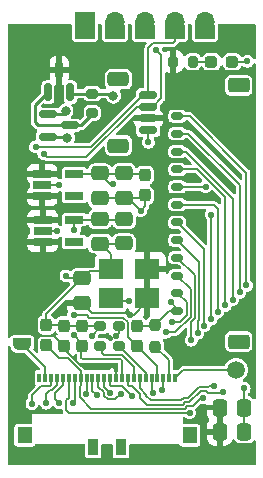
<source format=gbr>
%TF.GenerationSoftware,KiCad,Pcbnew,8.0.2-1*%
%TF.CreationDate,2024-09-19T23:42:55+01:00*%
%TF.ProjectId,camera_v2a,63616d65-7261-45f7-9632-612e6b696361,rev?*%
%TF.SameCoordinates,Original*%
%TF.FileFunction,Copper,L1,Top*%
%TF.FilePolarity,Positive*%
%FSLAX46Y46*%
G04 Gerber Fmt 4.6, Leading zero omitted, Abs format (unit mm)*
G04 Created by KiCad (PCBNEW 8.0.2-1) date 2024-09-19 23:42:55*
%MOMM*%
%LPD*%
G01*
G04 APERTURE LIST*
G04 Aperture macros list*
%AMRoundRect*
0 Rectangle with rounded corners*
0 $1 Rounding radius*
0 $2 $3 $4 $5 $6 $7 $8 $9 X,Y pos of 4 corners*
0 Add a 4 corners polygon primitive as box body*
4,1,4,$2,$3,$4,$5,$6,$7,$8,$9,$2,$3,0*
0 Add four circle primitives for the rounded corners*
1,1,$1+$1,$2,$3*
1,1,$1+$1,$4,$5*
1,1,$1+$1,$6,$7*
1,1,$1+$1,$8,$9*
0 Add four rect primitives between the rounded corners*
20,1,$1+$1,$2,$3,$4,$5,0*
20,1,$1+$1,$4,$5,$6,$7,0*
20,1,$1+$1,$6,$7,$8,$9,0*
20,1,$1+$1,$8,$9,$2,$3,0*%
%AMFreePoly0*
4,1,19,0.500000,-0.750000,0.000000,-0.750000,0.000000,-0.744911,-0.071157,-0.744911,-0.207708,-0.704816,-0.327430,-0.627875,-0.420627,-0.520320,-0.479746,-0.390866,-0.500000,-0.250000,-0.500000,0.250000,-0.479746,0.390866,-0.420627,0.520320,-0.327430,0.627875,-0.207708,0.704816,-0.071157,0.744911,0.000000,0.744911,0.000000,0.750000,0.500000,0.750000,0.500000,-0.750000,0.500000,-0.750000,
$1*%
%AMFreePoly1*
4,1,19,0.000000,0.744911,0.071157,0.744911,0.207708,0.704816,0.327430,0.627875,0.420627,0.520320,0.479746,0.390866,0.500000,0.250000,0.500000,-0.250000,0.479746,-0.390866,0.420627,-0.520320,0.327430,-0.627875,0.207708,-0.704816,0.071157,-0.744911,0.000000,-0.744911,0.000000,-0.750000,-0.500000,-0.750000,-0.500000,0.750000,0.000000,0.750000,0.000000,0.744911,0.000000,0.744911,
$1*%
G04 Aperture macros list end*
%TA.AperFunction,SMDPad,CuDef*%
%ADD10RoundRect,0.250000X-0.475000X0.337500X-0.475000X-0.337500X0.475000X-0.337500X0.475000X0.337500X0*%
%TD*%
%TA.AperFunction,SMDPad,CuDef*%
%ADD11R,2.100000X1.800000*%
%TD*%
%TA.AperFunction,SMDPad,CuDef*%
%ADD12FreePoly0,90.000000*%
%TD*%
%TA.AperFunction,SMDPad,CuDef*%
%ADD13FreePoly1,90.000000*%
%TD*%
%TA.AperFunction,SMDPad,CuDef*%
%ADD14RoundRect,0.237500X-0.237500X0.300000X-0.237500X-0.300000X0.237500X-0.300000X0.237500X0.300000X0*%
%TD*%
%TA.AperFunction,SMDPad,CuDef*%
%ADD15RoundRect,0.250000X0.475000X-0.337500X0.475000X0.337500X-0.475000X0.337500X-0.475000X-0.337500X0*%
%TD*%
%TA.AperFunction,SMDPad,CuDef*%
%ADD16RoundRect,0.237500X0.237500X-0.300000X0.237500X0.300000X-0.237500X0.300000X-0.237500X-0.300000X0*%
%TD*%
%TA.AperFunction,SMDPad,CuDef*%
%ADD17RoundRect,0.250000X-0.337500X-0.475000X0.337500X-0.475000X0.337500X0.475000X-0.337500X0.475000X0*%
%TD*%
%TA.AperFunction,SMDPad,CuDef*%
%ADD18RoundRect,0.150000X0.350000X-0.150000X0.350000X0.150000X-0.350000X0.150000X-0.350000X-0.150000X0*%
%TD*%
%TA.AperFunction,SMDPad,CuDef*%
%ADD19RoundRect,0.250000X0.650000X-0.375000X0.650000X0.375000X-0.650000X0.375000X-0.650000X-0.375000X0*%
%TD*%
%TA.AperFunction,SMDPad,CuDef*%
%ADD20RoundRect,0.200000X0.275000X-0.200000X0.275000X0.200000X-0.275000X0.200000X-0.275000X-0.200000X0*%
%TD*%
%TA.AperFunction,SMDPad,CuDef*%
%ADD21R,1.560000X0.650000*%
%TD*%
%TA.AperFunction,SMDPad,CuDef*%
%ADD22RoundRect,0.237500X-0.237500X0.250000X-0.237500X-0.250000X0.237500X-0.250000X0.237500X0.250000X0*%
%TD*%
%TA.AperFunction,SMDPad,CuDef*%
%ADD23C,1.500000*%
%TD*%
%TA.AperFunction,SMDPad,CuDef*%
%ADD24RoundRect,0.200000X-0.275000X0.200000X-0.275000X-0.200000X0.275000X-0.200000X0.275000X0.200000X0*%
%TD*%
%TA.AperFunction,ComponentPad*%
%ADD25R,1.700000X1.700000*%
%TD*%
%TA.AperFunction,ComponentPad*%
%ADD26O,1.700000X1.700000*%
%TD*%
%TA.AperFunction,SMDPad,CuDef*%
%ADD27RoundRect,0.237500X0.287500X0.237500X-0.287500X0.237500X-0.287500X-0.237500X0.287500X-0.237500X0*%
%TD*%
%TA.AperFunction,SMDPad,CuDef*%
%ADD28R,0.300000X0.800000*%
%TD*%
%TA.AperFunction,SMDPad,CuDef*%
%ADD29R,1.220000X1.400000*%
%TD*%
%TA.AperFunction,SMDPad,CuDef*%
%ADD30R,0.850000X1.400000*%
%TD*%
%TA.AperFunction,SMDPad,CuDef*%
%ADD31RoundRect,0.150000X0.150000X-0.587500X0.150000X0.587500X-0.150000X0.587500X-0.150000X-0.587500X0*%
%TD*%
%TA.AperFunction,SMDPad,CuDef*%
%ADD32RoundRect,0.150000X-0.587500X-0.150000X0.587500X-0.150000X0.587500X0.150000X-0.587500X0.150000X0*%
%TD*%
%TA.AperFunction,SMDPad,CuDef*%
%ADD33RoundRect,0.150000X0.625000X-0.150000X0.625000X0.150000X-0.625000X0.150000X-0.625000X-0.150000X0*%
%TD*%
%TA.AperFunction,SMDPad,CuDef*%
%ADD34RoundRect,0.250000X0.650000X-0.350000X0.650000X0.350000X-0.650000X0.350000X-0.650000X-0.350000X0*%
%TD*%
%TA.AperFunction,SMDPad,CuDef*%
%ADD35RoundRect,0.200000X-0.200000X-0.275000X0.200000X-0.275000X0.200000X0.275000X-0.200000X0.275000X0*%
%TD*%
%TA.AperFunction,ViaPad*%
%ADD36C,0.560000*%
%TD*%
%TA.AperFunction,ViaPad*%
%ADD37C,0.800000*%
%TD*%
%TA.AperFunction,Conductor*%
%ADD38C,0.250000*%
%TD*%
%TA.AperFunction,Conductor*%
%ADD39C,0.127000*%
%TD*%
%TA.AperFunction,Conductor*%
%ADD40C,0.152400*%
%TD*%
G04 APERTURE END LIST*
D10*
%TO.P,C2,1,1*%
%TO.N,1.5V*%
X154950000Y-118522500D03*
%TO.P,C2,2,2*%
%TO.N,GND*%
X154950000Y-120597500D03*
%TD*%
D11*
%TO.P,OSC1,1,INH*%
%TO.N,+3V3*%
X158960000Y-126600000D03*
%TO.P,OSC1,2,GND*%
%TO.N,GND*%
X155860000Y-126600000D03*
%TO.P,OSC1,3,OUT*%
%TO.N,Net-(OSC1-OUT)*%
X155860000Y-129100000D03*
%TO.P,OSC1,4,VCC*%
%TO.N,+3V3*%
X158960000Y-129100000D03*
%TD*%
D12*
%TO.P,JP1,1,A*%
%TO.N,Net-(JP1-A)*%
X148375000Y-133000000D03*
D13*
%TO.P,JP1,2,B*%
%TO.N,+3V3*%
X148375000Y-131700000D03*
%TD*%
D14*
%TO.P,C1,1,1*%
%TO.N,1.5V*%
X158790000Y-118660000D03*
%TO.P,C1,2,2*%
%TO.N,GND*%
X158790000Y-120385000D03*
%TD*%
D15*
%TO.P,C6,1,1*%
%TO.N,+3V3*%
X153400000Y-129487500D03*
%TO.P,C6,2,2*%
%TO.N,GND*%
X153400000Y-127412500D03*
%TD*%
D16*
%TO.P,C12,1,1*%
%TO.N,VBUS_RESET {slash} PC*%
X150410000Y-133070000D03*
%TO.P,C12,2,2*%
%TO.N,GND*%
X150410000Y-131345000D03*
%TD*%
D17*
%TO.P,C4,1,1*%
%TO.N,+3V3*%
X165095000Y-140390000D03*
%TO.P,C4,2,2*%
%TO.N,GND*%
X167170000Y-140390000D03*
%TD*%
D18*
%TO.P,J7,1,Pin_1*%
%TO.N,GND*%
X161510000Y-130165000D03*
%TO.P,J7,2,Pin_2*%
%TO.N,D9*%
X161510000Y-128665000D03*
%TO.P,J7,3,Pin_3*%
%TO.N,D8*%
X161510000Y-127165000D03*
%TO.P,J7,4,Pin_4*%
%TO.N,ENABLE_BURN {slash} D7*%
X161510000Y-125665000D03*
%TO.P,J7,5,Pin_5*%
%TO.N,D6*%
X161510000Y-124165000D03*
%TO.P,J7,6,Pin_6*%
%TO.N,D5*%
X161510000Y-122665000D03*
%TO.P,J7,7,Pin_7*%
%TO.N,D4*%
X161510000Y-121165000D03*
%TO.P,J7,8,Pin_8*%
%TO.N,ENAB_RF {slash} D3*%
X161510000Y-119665000D03*
%TO.P,J7,9,Pin_9*%
%TO.N,I2C_RESET {slash} D2*%
X161510000Y-118165000D03*
%TO.P,J7,10,Pin_10*%
%TO.N,VBUS_RESET {slash} PC*%
X161510000Y-116665000D03*
%TO.P,J7,11,Pin_11*%
%TO.N,BURN_RELAY_A {slash} VS*%
X161510000Y-115165000D03*
%TO.P,J7,12,Pin_12*%
%TO.N,HS*%
X161510000Y-113665000D03*
D19*
%TO.P,J7,MP*%
%TO.N,N/C*%
X166700000Y-132770000D03*
X166700000Y-111060000D03*
%TD*%
D20*
%TO.P,R7,1*%
%TO.N,Net-(X1-PWDN)*%
X155000000Y-133100000D03*
%TO.P,R7,2*%
%TO.N,GND*%
X155000000Y-131450000D03*
%TD*%
D21*
%TO.P,U3,1,IN*%
%TO.N,+3V3*%
X150100000Y-122427500D03*
%TO.P,U3,2,GND*%
%TO.N,GND*%
X150100000Y-123377500D03*
%TO.P,U3,3,EN*%
%TO.N,+3V3*%
X150100000Y-124327500D03*
%TO.P,U3,4,P4*%
%TO.N,unconnected-(U3-P4-Pad4)*%
X152800000Y-124327500D03*
%TO.P,U3,5,OUT*%
%TO.N,2.8V*%
X152800000Y-122427500D03*
%TD*%
D16*
%TO.P,C9,1,1*%
%TO.N,+3V3*%
X151950000Y-133125000D03*
%TO.P,C9,2,2*%
%TO.N,GND*%
X151950000Y-131400000D03*
%TD*%
D21*
%TO.P,U2,1,IN*%
%TO.N,+3V3*%
X150070000Y-118562500D03*
%TO.P,U2,2,GND*%
%TO.N,GND*%
X150070000Y-119512500D03*
%TO.P,U2,3,EN*%
%TO.N,+3V3*%
X150070000Y-120462500D03*
%TO.P,U2,4,P4*%
%TO.N,unconnected-(U2-P4-Pad4)*%
X152770000Y-120462500D03*
%TO.P,U2,5,OUT*%
%TO.N,1.5V*%
X152770000Y-118562500D03*
%TD*%
D22*
%TO.P,FB1,1,P$1*%
%TO.N,GND*%
X159650000Y-131355000D03*
%TO.P,FB1,2,P$2*%
%TO.N,AGND*%
X159650000Y-133180000D03*
%TD*%
D16*
%TO.P,C11,1,1*%
%TO.N,2.8V*%
X158110000Y-133130000D03*
%TO.P,C11,2,2*%
%TO.N,GND*%
X158110000Y-131405000D03*
%TD*%
D10*
%TO.P,C3,1,1*%
%TO.N,1.5V*%
X157000000Y-118515000D03*
%TO.P,C3,2,2*%
%TO.N,GND*%
X157000000Y-120590000D03*
%TD*%
%TO.P,C7,1,1*%
%TO.N,2.8V*%
X157000000Y-122370000D03*
%TO.P,C7,2,2*%
%TO.N,GND*%
X157000000Y-124445000D03*
%TD*%
D23*
%TO.P,J1,1,Pin_1*%
%TO.N,Net-(J1-Pin_1)*%
X166480000Y-135160000D03*
%TD*%
D24*
%TO.P,R1,1*%
%TO.N,pwr_in*%
X154300000Y-111755000D03*
%TO.P,R1,2*%
%TO.N,unconnected-(R1-Pad2)*%
X154300000Y-113405000D03*
%TD*%
D25*
%TO.P,J2,1,Pin_1*%
%TO.N,GND*%
X153690000Y-105660000D03*
D26*
%TO.P,J2,2,Pin_2*%
%TO.N,pwr_ctrl*%
X156230000Y-105660000D03*
%TO.P,J2,3,Pin_3*%
%TO.N,SDA1*%
X158770000Y-105660000D03*
%TO.P,J2,4,Pin_4*%
%TO.N,SCL1*%
X161310000Y-105660000D03*
%TO.P,J2,5,Pin_5*%
%TO.N,pwr_in*%
X163850000Y-105660000D03*
%TD*%
D16*
%TO.P,C10,1,1*%
%TO.N,1.5V*%
X153475000Y-133125000D03*
%TO.P,C10,2,2*%
%TO.N,GND*%
X153475000Y-131400000D03*
%TD*%
D27*
%TO.P,D1,1,K*%
%TO.N,GND*%
X166150000Y-109060000D03*
%TO.P,D1,2,A*%
%TO.N,Net-(D1-A)*%
X164400000Y-109060000D03*
%TD*%
D28*
%TO.P,X1,1,DATA0*%
%TO.N,unconnected-(X1-DATA0-Pad1)*%
X149825000Y-135840000D03*
%TO.P,X1,2,DATA1*%
%TO.N,Net-(JP1-A)*%
X150325000Y-135840000D03*
%TO.P,X1,3,DATA4*%
%TO.N,D4*%
X150825000Y-135840000D03*
%TO.P,X1,4,DATA3*%
%TO.N,ENAB_RF {slash} D3*%
X151325000Y-135840000D03*
%TO.P,X1,5,DATA5*%
%TO.N,D5*%
X151825000Y-135840000D03*
%TO.P,X1,6,DATA2*%
%TO.N,I2C_RESET {slash} D2*%
X152325000Y-135840000D03*
%TO.P,X1,7,DATA6*%
%TO.N,D6*%
X152825000Y-135840000D03*
%TO.P,X1,8,PCLK*%
%TO.N,VBUS_RESET {slash} PC*%
X153325000Y-135840000D03*
%TO.P,X1,9,DATA7*%
%TO.N,ENABLE_BURN {slash} D7*%
X153825000Y-135840000D03*
%TO.P,X1,10,DGND*%
%TO.N,GND*%
X154325000Y-135840000D03*
%TO.P,X1,11,DATA8*%
%TO.N,D8*%
X154825000Y-135840000D03*
%TO.P,X1,12,XCLK*%
%TO.N,Net-(OSC1-OUT)*%
X155325000Y-135840000D03*
%TO.P,X1,13,DATA9*%
%TO.N,D9*%
X155825000Y-135840000D03*
%TO.P,X1,14,DOVDD*%
%TO.N,+3V3*%
X156325000Y-135840000D03*
%TO.P,X1,15,DVDD*%
%TO.N,1.5V*%
X156825000Y-135840000D03*
%TO.P,X1,16,HSYNC*%
%TO.N,HS*%
X157325000Y-135840000D03*
%TO.P,X1,17,PWDN*%
%TO.N,Net-(X1-PWDN)*%
X157825000Y-135840000D03*
%TO.P,X1,18,VSYNC*%
%TO.N,BURN_RELAY_A {slash} VS*%
X158325000Y-135840000D03*
%TO.P,X1,19,~{RESET}*%
%TO.N,Net-(X1-~{RESET})*%
X158825000Y-135840000D03*
%TO.P,X1,20,SCL*%
%TO.N,SCL1*%
X159325000Y-135840000D03*
%TO.P,X1,21,AVDD*%
%TO.N,2.8V*%
X159825000Y-135840000D03*
%TO.P,X1,22,SDA*%
%TO.N,SDA1*%
X160325000Y-135840000D03*
%TO.P,X1,23,AGND*%
%TO.N,AGND*%
X160825000Y-135840000D03*
%TO.P,X1,24,STROBE*%
%TO.N,Net-(J1-Pin_1)*%
X161325000Y-135840000D03*
D29*
%TO.P,X1,MP*%
%TO.N,N/C*%
X148585000Y-140690000D03*
D30*
X154400000Y-141700000D03*
X156750000Y-141700000D03*
D29*
X162565000Y-140690000D03*
%TD*%
D10*
%TO.P,C8,1,1*%
%TO.N,2.8V*%
X154950000Y-122380000D03*
%TO.P,C8,2,2*%
%TO.N,GND*%
X154950000Y-124455000D03*
%TD*%
D31*
%TO.P,Q1,1,G*%
%TO.N,Net-(Q1-G)*%
X150550000Y-111637500D03*
%TO.P,Q1,2,S*%
%TO.N,pwr_in*%
X152450000Y-111637500D03*
%TO.P,Q1,3,D*%
%TO.N,+3V3*%
X151500000Y-109762499D03*
%TD*%
D32*
%TO.P,Q2,1,G*%
%TO.N,pwr_ctrl*%
X150530000Y-113500000D03*
%TO.P,Q2,2,S*%
%TO.N,GND*%
X150530000Y-115400000D03*
%TO.P,Q2,3,D*%
%TO.N,Net-(Q1-G)*%
X152405000Y-114450000D03*
%TD*%
D33*
%TO.P,J8,1,Pin_1*%
%TO.N,GND*%
X159050000Y-114857500D03*
%TO.P,J8,2,Pin_2*%
%TO.N,+3V3*%
X159050000Y-113857500D03*
%TO.P,J8,3,Pin_3*%
%TO.N,SDA1*%
X159050000Y-112857500D03*
%TO.P,J8,4,Pin_4*%
%TO.N,SCL1*%
X159050000Y-111857500D03*
D34*
%TO.P,J8,MP*%
%TO.N,N/C*%
X156525000Y-116157500D03*
X156525000Y-110557500D03*
%TD*%
D35*
%TO.P,R5,1*%
%TO.N,+3V3*%
X161170000Y-109050000D03*
%TO.P,R5,2*%
%TO.N,Net-(D1-A)*%
X162820000Y-109050000D03*
%TD*%
D24*
%TO.P,R6,1*%
%TO.N,+3V3*%
X156550000Y-131475000D03*
%TO.P,R6,2*%
%TO.N,Net-(X1-~{RESET})*%
X156550000Y-133125000D03*
%TD*%
D17*
%TO.P,C5,1,1*%
%TO.N,+3V3*%
X165095000Y-138340000D03*
%TO.P,C5,2,2*%
%TO.N,GND*%
X167170000Y-138340000D03*
%TD*%
D36*
%TO.N,1.5V*%
X152738614Y-132214979D03*
X156100000Y-119420000D03*
%TO.N,+3V3*%
X156205700Y-134807700D03*
X156300000Y-132245500D03*
X163700000Y-138340000D03*
X157533348Y-130473284D03*
D37*
X148025000Y-135450000D03*
X147850000Y-130300000D03*
D36*
%TO.N,2.8V*%
X152721871Y-130542306D03*
X152790000Y-123300000D03*
%TO.N,VBUS_RESET {slash} PC*%
X166200000Y-129200000D03*
X163700000Y-137500000D03*
%TO.N,D9*%
X157628962Y-137328962D03*
X161025000Y-131075000D03*
%TO.N,D8*%
X160550000Y-131975000D03*
X156710460Y-137196340D03*
%TO.N,GND*%
X152080000Y-127190000D03*
X158400000Y-121690000D03*
X151450000Y-119510000D03*
X159060000Y-115880000D03*
D37*
X152200000Y-115500000D03*
D36*
X151290000Y-123420000D03*
X154696786Y-137285906D03*
X167180000Y-136720000D03*
X167440000Y-109020000D03*
X160930000Y-129440000D03*
X154250000Y-132300000D03*
%TO.N,ENABLE_BURN {slash} D7*%
X162681400Y-132650000D03*
X153800000Y-137175000D03*
%TO.N,D6*%
X163237600Y-132050000D03*
X152675000Y-137975000D03*
%TO.N,D5*%
X163793800Y-131400000D03*
X151500000Y-137950000D03*
%TO.N,D4*%
X149200000Y-138011900D03*
X164940000Y-130250000D03*
%TO.N,ENAB_RF {slash} D3*%
X150400000Y-137975000D03*
X163900353Y-119649647D03*
X164384300Y-122000027D03*
X164384300Y-130850000D03*
%TO.N,I2C_RESET {slash} D2*%
X162550000Y-138775000D03*
X165550000Y-129700000D03*
%TO.N,BURN_RELAY_A {slash} VS*%
X164642468Y-136520549D03*
X166800000Y-128600000D03*
%TO.N,HS*%
X165350000Y-137000000D03*
X167355700Y-128000000D03*
%TO.N,Net-(OSC1-OUT)*%
X157430498Y-129350000D03*
X155837544Y-137098418D03*
%TO.N,SDA1*%
X159692940Y-108052940D03*
X160175000Y-136825000D03*
X150200000Y-116835700D03*
%TO.N,SCL1*%
X159425000Y-137125000D03*
X149500000Y-116280000D03*
D37*
%TO.N,pwr_in*%
X156100000Y-111950000D03*
%TO.N,pwr_ctrl*%
X152050000Y-113250000D03*
%TD*%
D38*
%TO.N,Net-(Q1-G)*%
X152405000Y-114450000D02*
X149750000Y-114450000D01*
X149750000Y-114450000D02*
X149467500Y-114167500D01*
X149467500Y-114167500D02*
X149467500Y-112720000D01*
X149467500Y-112720000D02*
X150550000Y-111637500D01*
%TO.N,pwr_in*%
X154300000Y-111755000D02*
X152567500Y-111755000D01*
X152567500Y-111755000D02*
X152450000Y-111637500D01*
D39*
%TO.N,1.5V*%
X156825000Y-134378776D02*
X156825000Y-135840000D01*
X153350000Y-133250000D02*
X153350000Y-134129400D01*
D40*
X158692500Y-118562500D02*
X152770000Y-118562500D01*
D39*
X156710924Y-134264700D02*
X156825000Y-134378776D01*
D40*
X158790000Y-118660000D02*
X158692500Y-118562500D01*
X155847500Y-119420000D02*
X154950000Y-118522500D01*
D39*
X153485300Y-134264700D02*
X156710924Y-134264700D01*
X153475000Y-133125000D02*
X153350000Y-133250000D01*
X153475000Y-133125000D02*
X153475000Y-132951365D01*
D40*
X153475000Y-132951365D02*
X152738614Y-132214979D01*
D39*
X153350000Y-134129400D02*
X153485300Y-134264700D01*
D40*
X156100000Y-119420000D02*
X155847500Y-119420000D01*
%TO.N,+3V3*%
X149000000Y-131700000D02*
X148375000Y-131700000D01*
X153350108Y-134807700D02*
X151950000Y-133407592D01*
X156205700Y-134807700D02*
X156325000Y-134927000D01*
X157533348Y-130473284D02*
X157432664Y-130372600D01*
X151950000Y-133125000D02*
X151081300Y-132256300D01*
X158960000Y-129320000D02*
X158960000Y-126820000D01*
X149556300Y-132256300D02*
X149000000Y-131700000D01*
X148375000Y-131700000D02*
X147850000Y-131175000D01*
X157806716Y-130473284D02*
X158960000Y-129320000D01*
X157432664Y-130372600D02*
X154285100Y-130372600D01*
X154285100Y-130372600D02*
X153400000Y-129487500D01*
X151081300Y-132256300D02*
X149556300Y-132256300D01*
X156550000Y-131475000D02*
X156550000Y-131995500D01*
X156550000Y-131995500D02*
X156300000Y-132245500D01*
D39*
X158705000Y-129320000D02*
X158960000Y-129320000D01*
D40*
X147850000Y-131175000D02*
X147850000Y-130300000D01*
X157533348Y-130473284D02*
X157806716Y-130473284D01*
X151950000Y-133407592D02*
X151950000Y-133125000D01*
X156205700Y-134807700D02*
X153350108Y-134807700D01*
X163700000Y-138340000D02*
X165095000Y-138340000D01*
X156325000Y-134927000D02*
X156325000Y-135840000D01*
%TO.N,2.8V*%
X157000000Y-122370000D02*
X156942500Y-122427500D01*
X154063982Y-130725000D02*
X156948448Y-130725000D01*
X156942500Y-122427500D02*
X152800000Y-122427500D01*
X152721871Y-130542306D02*
X153881288Y-130542306D01*
D39*
X158110000Y-133130000D02*
X158380000Y-133130000D01*
D40*
X153881288Y-130542306D02*
X154063982Y-130725000D01*
X152791200Y-130611635D02*
X152721871Y-130542306D01*
X156948448Y-130725000D02*
X157358800Y-131135352D01*
D39*
X159825000Y-134845000D02*
X159825000Y-135840000D01*
X158110000Y-133130000D02*
X159825000Y-134845000D01*
D40*
X157358800Y-131135352D02*
X157358800Y-132378800D01*
X152790000Y-123300000D02*
X152790000Y-122437500D01*
X152790000Y-122437500D02*
X152800000Y-122427500D01*
X157358800Y-132378800D02*
X158110000Y-133130000D01*
D39*
%TO.N,VBUS_RESET {slash} PC*%
X153225000Y-136575000D02*
X153325000Y-136475000D01*
D40*
X166200000Y-120665046D02*
X162199954Y-116665000D01*
D39*
X153325000Y-135840000D02*
X153325000Y-135263000D01*
X154185300Y-138435300D02*
X153225000Y-137475000D01*
X153325000Y-135263000D02*
X152237000Y-134175000D01*
X162324874Y-138231500D02*
X162121074Y-138435300D01*
X162793500Y-138231500D02*
X162324874Y-138231500D01*
X163700000Y-137500000D02*
X163525000Y-137500000D01*
X153225000Y-137475000D02*
X153225000Y-136575000D01*
X163525000Y-137500000D02*
X162793500Y-138231500D01*
D40*
X162199954Y-116665000D02*
X161510000Y-116665000D01*
D39*
X162121074Y-138435300D02*
X154185300Y-138435300D01*
X151515000Y-134175000D02*
X150410000Y-133070000D01*
X153325000Y-136475000D02*
X153325000Y-135840000D01*
X152237000Y-134175000D02*
X151515000Y-134175000D01*
D40*
X166200000Y-129200000D02*
X166200000Y-120665046D01*
%TO.N,AGND*%
X159650000Y-133180000D02*
X160825000Y-134355000D01*
X160825000Y-134355000D02*
X160825000Y-135840000D01*
%TO.N,Net-(J1-Pin_1)*%
X162005000Y-135160000D02*
X161325000Y-135840000D01*
X166480000Y-135160000D02*
X162005000Y-135160000D01*
%TO.N,D9*%
X157628962Y-137328962D02*
X156851100Y-136551100D01*
X161702738Y-131075000D02*
X162286200Y-130491538D01*
X155825000Y-136442400D02*
X155825000Y-135840000D01*
X156851100Y-136551100D02*
X155933700Y-136551100D01*
X155933700Y-136551100D02*
X155825000Y-136442400D01*
X161025000Y-131075000D02*
X161702738Y-131075000D01*
X162286200Y-129441200D02*
X161510000Y-128665000D01*
X162286200Y-130491538D02*
X162286200Y-129441200D01*
%TO.N,D8*%
X155281344Y-137328804D02*
X155281344Y-137056344D01*
X155607158Y-137654618D02*
X155281344Y-137328804D01*
X156252182Y-137654618D02*
X155607158Y-137654618D01*
X162638600Y-128293600D02*
X161510000Y-127165000D01*
X160550000Y-131975000D02*
X161301106Y-131975000D01*
X161301106Y-131975000D02*
X162638600Y-130637506D01*
X156710460Y-137196340D02*
X156252182Y-137654618D01*
X155281344Y-137056344D02*
X154825000Y-136600000D01*
X162638600Y-130637506D02*
X162638600Y-128293600D01*
X154825000Y-136600000D02*
X154825000Y-135840000D01*
%TO.N,GND*%
X167170000Y-140390000D02*
X167170000Y-138340000D01*
D39*
X151895000Y-131345000D02*
X151950000Y-131400000D01*
D40*
X161510000Y-130020000D02*
X160930000Y-129440000D01*
X155860000Y-125365000D02*
X154950000Y-124455000D01*
X154325000Y-136914120D02*
X154325000Y-135840000D01*
X161510000Y-130165000D02*
X160840000Y-130165000D01*
X160840000Y-130165000D02*
X159650000Y-131355000D01*
X150410000Y-131345000D02*
X150410000Y-130402500D01*
D38*
X152100000Y-115400000D02*
X152200000Y-115500000D01*
D40*
X155000000Y-131450000D02*
X153525000Y-131450000D01*
X150410000Y-131345000D02*
X151895000Y-131345000D01*
X154950000Y-120597500D02*
X158577500Y-120597500D01*
X161510000Y-130165000D02*
X161510000Y-130020000D01*
X150410000Y-130402500D02*
X153400000Y-127412500D01*
X154950000Y-124455000D02*
X156990000Y-124455000D01*
X167400000Y-109060000D02*
X167440000Y-109020000D01*
X155860000Y-126820000D02*
X155860000Y-125365000D01*
X151247500Y-123377500D02*
X151290000Y-123420000D01*
X155860000Y-126820000D02*
X153992500Y-126820000D01*
X159050000Y-115870000D02*
X159060000Y-115880000D01*
X158577500Y-120597500D02*
X158790000Y-120385000D01*
X159650000Y-131355000D02*
X159600000Y-131405000D01*
X153992500Y-126820000D02*
X153400000Y-127412500D01*
X166150000Y-109060000D02*
X167400000Y-109060000D01*
D39*
X155000000Y-131450000D02*
X155000000Y-131550000D01*
X155000000Y-131450000D02*
X155180000Y-131450000D01*
D40*
X167170000Y-138340000D02*
X167170000Y-136730000D01*
X158790000Y-120385000D02*
X158790000Y-121300000D01*
D39*
X153525000Y-131450000D02*
X153475000Y-131400000D01*
D40*
X159600000Y-131405000D02*
X158110000Y-131405000D01*
X152302500Y-127412500D02*
X152080000Y-127190000D01*
X167170000Y-136730000D02*
X167180000Y-136720000D01*
X159050000Y-114857500D02*
X159050000Y-115870000D01*
X154696786Y-137285906D02*
X154325000Y-136914120D01*
X153475000Y-131400000D02*
X151950000Y-131400000D01*
X158790000Y-121300000D02*
X158400000Y-121690000D01*
X156990000Y-124455000D02*
X157000000Y-124445000D01*
X150100000Y-123377500D02*
X151247500Y-123377500D01*
X150070000Y-119512500D02*
X151447500Y-119512500D01*
X157000000Y-120590000D02*
X157300000Y-120590000D01*
D38*
X150530000Y-115400000D02*
X152100000Y-115400000D01*
D40*
X157300000Y-120590000D02*
X158400000Y-121690000D01*
X155000000Y-131550000D02*
X154250000Y-132300000D01*
X153400000Y-127412500D02*
X152302500Y-127412500D01*
X151447500Y-119512500D02*
X151450000Y-119510000D01*
%TO.N,ENABLE_BURN {slash} D7*%
X153825000Y-137150000D02*
X153800000Y-137175000D01*
X153825000Y-135840000D02*
X153825000Y-137150000D01*
X162991000Y-130783475D02*
X162991000Y-127146000D01*
X162681400Y-131093075D02*
X162991000Y-130783475D01*
X162991000Y-127146000D02*
X161510000Y-125665000D01*
X162681400Y-132650000D02*
X162681400Y-131093075D01*
%TO.N,D6*%
X163343400Y-125998400D02*
X161510000Y-124165000D01*
X152675000Y-137975000D02*
X152825000Y-137825000D01*
X163343400Y-130929444D02*
X163343400Y-125998400D01*
X163237600Y-131035244D02*
X163343400Y-130929444D01*
X152825000Y-137825000D02*
X152825000Y-135840000D01*
X163237600Y-132050000D02*
X163237600Y-131035244D01*
%TO.N,D5*%
X151500000Y-137950000D02*
X151150000Y-137600000D01*
X163793800Y-131400000D02*
X163793800Y-124948800D01*
X151150000Y-137600000D02*
X151150000Y-137114137D01*
X151150000Y-137114137D02*
X151825000Y-136439137D01*
X151825000Y-136439137D02*
X151825000Y-135840000D01*
X163793800Y-124948800D02*
X161510000Y-122665000D01*
%TO.N,D4*%
X164940000Y-130250000D02*
X164940000Y-121500000D01*
X149200000Y-137300000D02*
X149983800Y-136516200D01*
X164940000Y-121500000D02*
X164605000Y-121165000D01*
X150751200Y-136516200D02*
X150825000Y-136442400D01*
X164605000Y-121165000D02*
X161510000Y-121165000D01*
X149983800Y-136516200D02*
X150751200Y-136516200D01*
X150825000Y-136442400D02*
X150825000Y-135840000D01*
X149200000Y-138011900D02*
X149200000Y-137300000D01*
%TO.N,ENAB_RF {slash} D3*%
X163900353Y-119649647D02*
X163885000Y-119665000D01*
X150400000Y-137975000D02*
X150400000Y-137175000D01*
X150706400Y-136868600D02*
X150897168Y-136868600D01*
X151325000Y-136440768D02*
X151325000Y-135840000D01*
X150897168Y-136868600D02*
X151325000Y-136440768D01*
X164384300Y-130850000D02*
X164384300Y-122000027D01*
X150400000Y-137175000D02*
X150706400Y-136868600D01*
X163885000Y-119665000D02*
X161510000Y-119665000D01*
%TO.N,I2C_RESET {slash} D2*%
X165550000Y-129700000D02*
X165550000Y-120513414D01*
X162550000Y-138775000D02*
X152325000Y-138775000D01*
X152325000Y-137538414D02*
X152118800Y-137744614D01*
X165550000Y-120513414D02*
X163201586Y-118165000D01*
X152118800Y-138568800D02*
X152325000Y-138775000D01*
X152118800Y-137744614D02*
X152118800Y-138568800D01*
X152325000Y-135840000D02*
X152325000Y-137538414D01*
X163201586Y-118165000D02*
X161510000Y-118165000D01*
%TO.N,BURN_RELAY_A {slash} VS*%
X162445000Y-115165000D02*
X161510000Y-115165000D01*
X162038197Y-137539400D02*
X161834397Y-137743200D01*
X159256614Y-137743200D02*
X158868800Y-137355386D01*
X162375646Y-137539400D02*
X162038197Y-137539400D01*
X158868800Y-137268800D02*
X158325000Y-136725000D01*
X164642468Y-136520549D02*
X164154451Y-136520549D01*
X164154451Y-136520549D02*
X164083600Y-136591400D01*
X166800000Y-128600000D02*
X166800000Y-119520000D01*
X161834397Y-137743200D02*
X159256614Y-137743200D01*
X158868800Y-137355386D02*
X158868800Y-137268800D01*
X164083600Y-136591400D02*
X163323646Y-136591400D01*
X166800000Y-119520000D02*
X162445000Y-115165000D01*
X158325000Y-136725000D02*
X158325000Y-135840000D01*
X163323646Y-136591400D02*
X162375646Y-137539400D01*
%TO.N,HS*%
X163971200Y-136943800D02*
X163469614Y-136943800D01*
X157972600Y-136870968D02*
X157972600Y-136847600D01*
X157398800Y-136516200D02*
X157325000Y-136442400D01*
X162545000Y-113665000D02*
X161510000Y-113665000D01*
X161980366Y-138095600D02*
X158897232Y-138095600D01*
X158897232Y-138095600D02*
X158325000Y-137523368D01*
X165273251Y-137076749D02*
X164104149Y-137076749D01*
X157972600Y-136847600D02*
X157641200Y-136516200D01*
X164104149Y-137076749D02*
X163971200Y-136943800D01*
X158325000Y-137223368D02*
X157972600Y-136870968D01*
X158325000Y-137523368D02*
X158325000Y-137223368D01*
X157325000Y-136442400D02*
X157325000Y-135840000D01*
X162184166Y-137891800D02*
X161980366Y-138095600D01*
X167355700Y-128000000D02*
X167355700Y-118475700D01*
X165350000Y-137000000D02*
X165273251Y-137076749D01*
X163469614Y-136943800D02*
X162521614Y-137891800D01*
X157641200Y-136516200D02*
X157398800Y-136516200D01*
X167355700Y-118475700D02*
X162545000Y-113665000D01*
X162521614Y-137891800D02*
X162184166Y-137891800D01*
%TO.N,Net-(JP1-A)*%
X150325000Y-135840000D02*
X150325000Y-134950000D01*
X150325000Y-134950000D02*
X148375000Y-133000000D01*
%TO.N,Net-(OSC1-OUT)*%
X155837544Y-137098418D02*
X155325000Y-136585874D01*
X155325000Y-136585874D02*
X155325000Y-135840000D01*
D39*
X155890000Y-129350000D02*
X155860000Y-129320000D01*
D40*
X157430498Y-129350000D02*
X155890000Y-129350000D01*
%TO.N,Net-(X1-~{RESET})*%
X158825000Y-135400000D02*
X158825000Y-135840000D01*
X156550000Y-133125000D02*
X158825000Y-135400000D01*
%TO.N,Net-(X1-PWDN)*%
X155000000Y-133100000D02*
X155100000Y-133200000D01*
X155275000Y-133925000D02*
X156851632Y-133925000D01*
X155100000Y-133750000D02*
X155275000Y-133925000D01*
X156851632Y-133925000D02*
X157825000Y-134898368D01*
X155100000Y-133200000D02*
X155100000Y-133750000D01*
X157825000Y-134898368D02*
X157825000Y-135840000D01*
%TO.N,SDA1*%
X158080841Y-112857500D02*
X159050000Y-112857500D01*
X150504300Y-117140000D02*
X153798341Y-117140000D01*
X159050000Y-112857500D02*
X159427738Y-112857500D01*
X160120000Y-108480000D02*
X159692940Y-108052940D01*
X160120000Y-112165238D02*
X160120000Y-108480000D01*
X153798341Y-117140000D02*
X158080841Y-112857500D01*
X160175000Y-136825000D02*
X160325000Y-136675000D01*
X159427738Y-112857500D02*
X160120000Y-112165238D01*
X150200000Y-116835700D02*
X150504300Y-117140000D01*
X160325000Y-136675000D02*
X160325000Y-135840000D01*
%TO.N,SCL1*%
X149500000Y-116280000D02*
X154159973Y-116280000D01*
X158582473Y-111857500D02*
X159050000Y-111857500D01*
X161113260Y-107496740D02*
X161310000Y-107300000D01*
X159325000Y-137025000D02*
X159325000Y-135840000D01*
X154159973Y-116280000D02*
X158582473Y-111857500D01*
X161310000Y-107300000D02*
X161310000Y-105853200D01*
X159425000Y-137125000D02*
X159325000Y-137025000D01*
X159050000Y-111857500D02*
X159050000Y-107909294D01*
X159050000Y-107909294D02*
X159462554Y-107496740D01*
X159462554Y-107496740D02*
X161113260Y-107496740D01*
%TO.N,Net-(D1-A)*%
X164390000Y-109050000D02*
X164400000Y-109060000D01*
X162820000Y-109050000D02*
X164390000Y-109050000D01*
D38*
%TO.N,Net-(Q1-G)*%
X154300000Y-113500000D02*
X153350000Y-114450000D01*
X154300000Y-113405000D02*
X154300000Y-113500000D01*
X153350000Y-114450000D02*
X152405000Y-114450000D01*
%TO.N,pwr_in*%
X155905000Y-111755000D02*
X156100000Y-111950000D01*
X154300000Y-111755000D02*
X155905000Y-111755000D01*
%TO.N,pwr_ctrl*%
X150530000Y-113500000D02*
X151800000Y-113500000D01*
X151800000Y-113500000D02*
X152050000Y-113250000D01*
%TD*%
%TA.AperFunction,Conductor*%
%TO.N,+3V3*%
G36*
X147355703Y-133145705D02*
G01*
X147393477Y-133204483D01*
X147393477Y-133204484D01*
X147416514Y-133282944D01*
X147416516Y-133282950D01*
X147447198Y-133350135D01*
X147447203Y-133350145D01*
X147524932Y-133471093D01*
X147524938Y-133471101D01*
X147573299Y-133526911D01*
X147573301Y-133526914D01*
X147681953Y-133621061D01*
X147681960Y-133621066D01*
X147681965Y-133621070D01*
X147726203Y-133649500D01*
X147744094Y-133660998D01*
X147744105Y-133661004D01*
X147874879Y-133720727D01*
X147874880Y-133720727D01*
X147874884Y-133720729D01*
X147945754Y-133741539D01*
X147945756Y-133741539D01*
X147945758Y-133741540D01*
X147979444Y-133746383D01*
X148088069Y-133762001D01*
X148088070Y-133762001D01*
X148161927Y-133762001D01*
X148161930Y-133762001D01*
X148168197Y-133761099D01*
X148170549Y-133760762D01*
X148188194Y-133759500D01*
X148561806Y-133759500D01*
X148579451Y-133760762D01*
X148582332Y-133761176D01*
X148588070Y-133762001D01*
X148588073Y-133762001D01*
X148617958Y-133762001D01*
X148684997Y-133781686D01*
X148705639Y-133798320D01*
X149881139Y-134973819D01*
X149914624Y-135035142D01*
X149909640Y-135104834D01*
X149867768Y-135160767D01*
X149802304Y-135185184D01*
X149793459Y-135185500D01*
X149649936Y-135185500D01*
X149575698Y-135200266D01*
X149491515Y-135256515D01*
X149435266Y-135340699D01*
X149435264Y-135340703D01*
X149420500Y-135414928D01*
X149420500Y-136265063D01*
X149435266Y-136339301D01*
X149435267Y-136339304D01*
X149481969Y-136409198D01*
X149502847Y-136475875D01*
X149484362Y-136543255D01*
X149466548Y-136565769D01*
X148996947Y-137035372D01*
X148935376Y-137096942D01*
X148935374Y-137096945D01*
X148891836Y-137172353D01*
X148869300Y-137256460D01*
X148869300Y-137530781D01*
X148849615Y-137597820D01*
X148820793Y-137629152D01*
X148818794Y-137630686D01*
X148818792Y-137630688D01*
X148818790Y-137630690D01*
X148784022Y-137676001D01*
X148733113Y-137742346D01*
X148679259Y-137872364D01*
X148679258Y-137872368D01*
X148664388Y-137985319D01*
X148660888Y-138011900D01*
X148677982Y-138141743D01*
X148679258Y-138151431D01*
X148679259Y-138151435D01*
X148733113Y-138281453D01*
X148733114Y-138281455D01*
X148733115Y-138281456D01*
X148818790Y-138393110D01*
X148930444Y-138478785D01*
X148930445Y-138478785D01*
X148930446Y-138478786D01*
X148955376Y-138489112D01*
X149060468Y-138532642D01*
X149179598Y-138548326D01*
X149199999Y-138551012D01*
X149200000Y-138551012D01*
X149200001Y-138551012D01*
X149214541Y-138549097D01*
X149339532Y-138532642D01*
X149469556Y-138478785D01*
X149581210Y-138393110D01*
X149666885Y-138281456D01*
X149693082Y-138218208D01*
X149736921Y-138163809D01*
X149803215Y-138141743D01*
X149870914Y-138159022D01*
X149918525Y-138210158D01*
X149922194Y-138218190D01*
X149933115Y-138244556D01*
X150018790Y-138356210D01*
X150130444Y-138441885D01*
X150260468Y-138495742D01*
X150383766Y-138511974D01*
X150399999Y-138514112D01*
X150400000Y-138514112D01*
X150400001Y-138514112D01*
X150414541Y-138512197D01*
X150539532Y-138495742D01*
X150669556Y-138441885D01*
X150781210Y-138356210D01*
X150861217Y-138251942D01*
X150917642Y-138210741D01*
X150987388Y-138206586D01*
X151048309Y-138240798D01*
X151057961Y-138251936D01*
X151118790Y-138331210D01*
X151230444Y-138416885D01*
X151360468Y-138470742D01*
X151483766Y-138486974D01*
X151499999Y-138489112D01*
X151500000Y-138489112D01*
X151500001Y-138489112D01*
X151577893Y-138478857D01*
X151639532Y-138470742D01*
X151639532Y-138470741D01*
X151647589Y-138469681D01*
X151648050Y-138473188D01*
X151701546Y-138474321D01*
X151759511Y-138513331D01*
X151787184Y-138577487D01*
X151788100Y-138592532D01*
X151788100Y-138612339D01*
X151810636Y-138696447D01*
X151813748Y-138703960D01*
X151811832Y-138704753D01*
X151825695Y-138761904D01*
X151802841Y-138827930D01*
X151747919Y-138871119D01*
X151701836Y-138880000D01*
X149195000Y-138880000D01*
X149195000Y-139611500D01*
X149175315Y-139678539D01*
X149122511Y-139724294D01*
X149071000Y-139735500D01*
X147949936Y-139735500D01*
X147875698Y-139750266D01*
X147791515Y-139806515D01*
X147735266Y-139890699D01*
X147735264Y-139890703D01*
X147720500Y-139964928D01*
X147720500Y-141415063D01*
X147735266Y-141489301D01*
X147791515Y-141573484D01*
X147825234Y-141596014D01*
X147875699Y-141629734D01*
X147875702Y-141629734D01*
X147875703Y-141629735D01*
X147900666Y-141634700D01*
X147949933Y-141644500D01*
X149220066Y-141644499D01*
X149294301Y-141629734D01*
X149378484Y-141573484D01*
X149434734Y-141489301D01*
X149434734Y-141489300D01*
X149437535Y-141485109D01*
X149491147Y-141440304D01*
X149540637Y-141430000D01*
X153596500Y-141430000D01*
X153663539Y-141449685D01*
X153709294Y-141502489D01*
X153720500Y-141554000D01*
X153720500Y-142425063D01*
X153735266Y-142499301D01*
X153791515Y-142583484D01*
X153825234Y-142606014D01*
X153875699Y-142639734D01*
X153875702Y-142639734D01*
X153875703Y-142639735D01*
X153900666Y-142644700D01*
X153949933Y-142654500D01*
X154850066Y-142654499D01*
X154924301Y-142639734D01*
X155008484Y-142583484D01*
X155064734Y-142499301D01*
X155079500Y-142425067D01*
X155079499Y-141553999D01*
X155099183Y-141486961D01*
X155151987Y-141441206D01*
X155203499Y-141430000D01*
X155575000Y-141430000D01*
X155946500Y-141430000D01*
X156013539Y-141449685D01*
X156059294Y-141502489D01*
X156070500Y-141554000D01*
X156070500Y-142425063D01*
X156085266Y-142499301D01*
X156141515Y-142583484D01*
X156175234Y-142606014D01*
X156225699Y-142639734D01*
X156225702Y-142639734D01*
X156225703Y-142639735D01*
X156250666Y-142644700D01*
X156299933Y-142654500D01*
X157200066Y-142654499D01*
X157274301Y-142639734D01*
X157358484Y-142583484D01*
X157414734Y-142499301D01*
X157429500Y-142425067D01*
X157429499Y-141553999D01*
X157449183Y-141486961D01*
X157501987Y-141441206D01*
X157553499Y-141430000D01*
X161609363Y-141430000D01*
X161676402Y-141449685D01*
X161712465Y-141485109D01*
X161771515Y-141573484D01*
X161805234Y-141596014D01*
X161855699Y-141629734D01*
X161855702Y-141629734D01*
X161855703Y-141629735D01*
X161880666Y-141634700D01*
X161929933Y-141644500D01*
X163200066Y-141644499D01*
X163274301Y-141629734D01*
X163358484Y-141573484D01*
X163414734Y-141489301D01*
X163429500Y-141415067D01*
X163429500Y-140914986D01*
X164007501Y-140914986D01*
X164017994Y-141017697D01*
X164073141Y-141184119D01*
X164073143Y-141184124D01*
X164165184Y-141333345D01*
X164289154Y-141457315D01*
X164438375Y-141549356D01*
X164438380Y-141549358D01*
X164604802Y-141604505D01*
X164604809Y-141604506D01*
X164707519Y-141614999D01*
X164844999Y-141614999D01*
X164845000Y-141614998D01*
X164845000Y-140640000D01*
X164007501Y-140640000D01*
X164007501Y-140914986D01*
X163429500Y-140914986D01*
X163429499Y-139964934D01*
X163414734Y-139890699D01*
X163397570Y-139865013D01*
X164007500Y-139865013D01*
X164007500Y-140140000D01*
X164845000Y-140140000D01*
X164845000Y-138590000D01*
X164007501Y-138590000D01*
X164007501Y-138864986D01*
X164017994Y-138967697D01*
X164073141Y-139134119D01*
X164073143Y-139134124D01*
X164165185Y-139283346D01*
X164168935Y-139288089D01*
X164195076Y-139352885D01*
X164182035Y-139421527D01*
X164168935Y-139441911D01*
X164165185Y-139446653D01*
X164073143Y-139595875D01*
X164073141Y-139595880D01*
X164017994Y-139762302D01*
X164017993Y-139762309D01*
X164007500Y-139865013D01*
X163397570Y-139865013D01*
X163396068Y-139862765D01*
X163358484Y-139806515D01*
X163292324Y-139762309D01*
X163274301Y-139750266D01*
X163274299Y-139750265D01*
X163274296Y-139750264D01*
X163200071Y-139735500D01*
X163200067Y-139735500D01*
X162079000Y-139735500D01*
X162011961Y-139715815D01*
X161966206Y-139663011D01*
X161955000Y-139611500D01*
X161955000Y-139241782D01*
X161974685Y-139174743D01*
X162027489Y-139128988D01*
X162096647Y-139119044D01*
X162160203Y-139148069D01*
X162166681Y-139154101D01*
X162168785Y-139156205D01*
X162168787Y-139156207D01*
X162168790Y-139156210D01*
X162280444Y-139241885D01*
X162410468Y-139295742D01*
X162533766Y-139311974D01*
X162549999Y-139314112D01*
X162550000Y-139314112D01*
X162550001Y-139314112D01*
X162564541Y-139312197D01*
X162689532Y-139295742D01*
X162819556Y-139241885D01*
X162931210Y-139156210D01*
X163016885Y-139044556D01*
X163070742Y-138914532D01*
X163089112Y-138775000D01*
X163070742Y-138635468D01*
X163034645Y-138548322D01*
X163027177Y-138478857D01*
X163058452Y-138416377D01*
X163061498Y-138413220D01*
X163426583Y-138048135D01*
X163487904Y-138014652D01*
X163552451Y-138019268D01*
X163552620Y-138018639D01*
X163555883Y-138019513D01*
X163557596Y-138019636D01*
X163560273Y-138020689D01*
X163560464Y-138020740D01*
X163560468Y-138020742D01*
X163678843Y-138036326D01*
X163699999Y-138039112D01*
X163700000Y-138039112D01*
X163700001Y-138039112D01*
X163718822Y-138036634D01*
X163839532Y-138020742D01*
X163839540Y-138020738D01*
X163847383Y-138018638D01*
X163847989Y-138020901D01*
X163905511Y-138014715D01*
X163967992Y-138045987D01*
X163974566Y-138057066D01*
X164007500Y-138090000D01*
X165221000Y-138090000D01*
X165288039Y-138109685D01*
X165333794Y-138162489D01*
X165345000Y-138214000D01*
X165345000Y-141614999D01*
X165482472Y-141614999D01*
X165482486Y-141614998D01*
X165585197Y-141604505D01*
X165751619Y-141549358D01*
X165751624Y-141549356D01*
X165900845Y-141457315D01*
X166024815Y-141333345D01*
X166116856Y-141184124D01*
X166116859Y-141184117D01*
X166145422Y-141097918D01*
X166185194Y-141040473D01*
X166249709Y-141013649D01*
X166318485Y-141025963D01*
X166369686Y-141073506D01*
X166379308Y-141093583D01*
X166385158Y-141109267D01*
X166393757Y-141120754D01*
X166472095Y-141225404D01*
X166529943Y-141268707D01*
X166588233Y-141312342D01*
X166724158Y-141363040D01*
X166784245Y-141369500D01*
X167555754Y-141369499D01*
X167615842Y-141363040D01*
X167751767Y-141312342D01*
X167867904Y-141225404D01*
X167936232Y-141134126D01*
X167992165Y-141092255D01*
X168061857Y-141087269D01*
X168123180Y-141120754D01*
X168156666Y-141182076D01*
X168159500Y-141208436D01*
X168159500Y-143095500D01*
X168139815Y-143162539D01*
X168087011Y-143208294D01*
X168035500Y-143219500D01*
X147274500Y-143219500D01*
X147207461Y-143199815D01*
X147161706Y-143147011D01*
X147150500Y-143095500D01*
X147150500Y-133239418D01*
X147170185Y-133172379D01*
X147222989Y-133126624D01*
X147292147Y-133116680D01*
X147355703Y-133145705D01*
G37*
%TD.AperFunction*%
%TA.AperFunction,Conductor*%
G36*
X152523539Y-105870185D02*
G01*
X152569294Y-105922989D01*
X152580500Y-105974500D01*
X152580500Y-107006008D01*
X152586430Y-107061161D01*
X152597639Y-107112683D01*
X152604986Y-107139463D01*
X152649642Y-107217883D01*
X152655089Y-107227448D01*
X152662386Y-107235869D01*
X152700840Y-107280248D01*
X152700843Y-107280251D01*
X152700844Y-107280252D01*
X152734131Y-107312371D01*
X152823849Y-107359303D01*
X152890888Y-107378988D01*
X152890892Y-107378988D01*
X152890894Y-107378989D01*
X152902707Y-107380687D01*
X152964000Y-107389500D01*
X152964001Y-107389500D01*
X154415991Y-107389500D01*
X154416000Y-107389500D01*
X154471163Y-107383569D01*
X154522674Y-107372363D01*
X154549461Y-107365014D01*
X154637448Y-107314911D01*
X154690252Y-107269156D01*
X154722371Y-107235869D01*
X154769303Y-107146151D01*
X154788988Y-107079112D01*
X154799500Y-107006000D01*
X154799500Y-105974500D01*
X154819185Y-105907461D01*
X154871989Y-105861706D01*
X154923500Y-105850500D01*
X154996500Y-105850500D01*
X155063539Y-105870185D01*
X155109294Y-105922989D01*
X155120500Y-105974500D01*
X155120500Y-107006008D01*
X155126430Y-107061161D01*
X155137639Y-107112683D01*
X155144986Y-107139463D01*
X155189642Y-107217883D01*
X155195089Y-107227448D01*
X155202386Y-107235869D01*
X155240840Y-107280248D01*
X155240843Y-107280251D01*
X155240844Y-107280252D01*
X155274131Y-107312371D01*
X155363849Y-107359303D01*
X155430888Y-107378988D01*
X155430892Y-107378988D01*
X155430894Y-107378989D01*
X155442707Y-107380687D01*
X155504000Y-107389500D01*
X155504001Y-107389500D01*
X156955991Y-107389500D01*
X156956000Y-107389500D01*
X157011163Y-107383569D01*
X157062674Y-107372363D01*
X157089461Y-107365014D01*
X157177448Y-107314911D01*
X157230252Y-107269156D01*
X157262371Y-107235869D01*
X157309303Y-107146151D01*
X157328988Y-107079112D01*
X157339500Y-107006000D01*
X157339500Y-105974500D01*
X157359185Y-105907461D01*
X157411989Y-105861706D01*
X157463500Y-105850500D01*
X157536500Y-105850500D01*
X157603539Y-105870185D01*
X157649294Y-105922989D01*
X157660500Y-105974500D01*
X157660500Y-107006008D01*
X157666430Y-107061161D01*
X157677639Y-107112683D01*
X157684986Y-107139463D01*
X157729642Y-107217883D01*
X157735089Y-107227448D01*
X157742386Y-107235869D01*
X157780840Y-107280248D01*
X157780843Y-107280251D01*
X157780844Y-107280252D01*
X157814131Y-107312371D01*
X157903849Y-107359303D01*
X157970888Y-107378988D01*
X157970892Y-107378988D01*
X157970894Y-107378989D01*
X157982707Y-107380687D01*
X158044000Y-107389500D01*
X158802751Y-107389500D01*
X158869790Y-107409185D01*
X158915545Y-107461989D01*
X158925489Y-107531147D01*
X158896464Y-107594703D01*
X158890432Y-107601181D01*
X158785376Y-107706236D01*
X158785374Y-107706239D01*
X158741836Y-107781647D01*
X158719300Y-107865754D01*
X158719300Y-111179000D01*
X158699615Y-111246039D01*
X158646811Y-111291794D01*
X158595300Y-111303000D01*
X158393161Y-111303000D01*
X158298447Y-111318000D01*
X158254826Y-111340227D01*
X158184277Y-111376174D01*
X158184276Y-111376175D01*
X158184271Y-111376178D01*
X158093678Y-111466771D01*
X158093675Y-111466776D01*
X158093674Y-111466777D01*
X158085278Y-111483255D01*
X158035500Y-111580947D01*
X158020500Y-111675660D01*
X158020500Y-111900430D01*
X158000815Y-111967469D01*
X157984181Y-111988111D01*
X154059312Y-115912981D01*
X153997989Y-115946466D01*
X153971631Y-115949300D01*
X152909235Y-115949300D01*
X152842196Y-115929615D01*
X152796441Y-115876811D01*
X152786497Y-115807653D01*
X152793291Y-115781334D01*
X152840149Y-115657782D01*
X152859307Y-115500000D01*
X152840149Y-115342218D01*
X152783787Y-115193605D01*
X152783785Y-115193603D01*
X152783785Y-115193601D01*
X152780300Y-115186961D01*
X152783038Y-115185523D01*
X152765586Y-115132542D01*
X152783074Y-115064897D01*
X152834359Y-115017445D01*
X152889520Y-115004500D01*
X153024339Y-115004500D01*
X153119052Y-114989499D01*
X153119053Y-114989498D01*
X153119055Y-114989498D01*
X153233223Y-114931326D01*
X153264175Y-114900374D01*
X153298730Y-114865820D01*
X153360053Y-114832335D01*
X153386411Y-114829501D01*
X153399961Y-114829501D01*
X153399962Y-114829501D01*
X153476080Y-114809104D01*
X153476082Y-114809104D01*
X153489015Y-114805638D01*
X153496482Y-114803638D01*
X153583019Y-114753676D01*
X153653676Y-114683019D01*
X153653676Y-114683017D01*
X153663880Y-114672814D01*
X153663884Y-114672809D01*
X154240875Y-114095818D01*
X154302198Y-114062333D01*
X154328556Y-114059499D01*
X154629742Y-114059499D01*
X154629748Y-114059499D01*
X154660451Y-114056621D01*
X154789773Y-114011369D01*
X154900010Y-113930010D01*
X154981369Y-113819773D01*
X155025576Y-113693438D01*
X155026619Y-113690458D01*
X155026619Y-113690455D01*
X155026621Y-113690451D01*
X155029500Y-113659749D01*
X155029499Y-113150252D01*
X155026621Y-113119549D01*
X154981369Y-112990227D01*
X154933831Y-112925815D01*
X154900010Y-112879989D01*
X154821812Y-112822277D01*
X154789773Y-112798631D01*
X154789771Y-112798630D01*
X154660458Y-112753380D01*
X154660446Y-112753378D01*
X154629753Y-112750500D01*
X153970257Y-112750500D01*
X153954900Y-112751940D01*
X153939549Y-112753379D01*
X153939546Y-112753379D01*
X153939544Y-112753380D01*
X153810228Y-112798630D01*
X153699989Y-112879989D01*
X153618630Y-112990228D01*
X153573380Y-113119541D01*
X153573378Y-113119553D01*
X153570500Y-113150246D01*
X153570500Y-113641442D01*
X153550815Y-113708481D01*
X153534181Y-113729123D01*
X153337607Y-113925697D01*
X153276284Y-113959182D01*
X153206592Y-113954198D01*
X153193635Y-113948502D01*
X153148877Y-113925697D01*
X153119052Y-113910500D01*
X153024339Y-113895500D01*
X153024334Y-113895500D01*
X152634478Y-113895500D01*
X152567439Y-113875815D01*
X152521684Y-113823011D01*
X152511740Y-113753853D01*
X152539330Y-113693438D01*
X152539237Y-113693374D01*
X152539599Y-113692848D01*
X152540765Y-113690297D01*
X152541661Y-113689274D01*
X152543490Y-113687207D01*
X152543498Y-113687201D01*
X152633787Y-113556395D01*
X152690149Y-113407782D01*
X152709307Y-113250000D01*
X152690149Y-113092218D01*
X152633787Y-112943605D01*
X152550039Y-112822276D01*
X152528157Y-112755923D01*
X152545622Y-112688271D01*
X152596890Y-112640801D01*
X152632687Y-112629364D01*
X152726555Y-112614498D01*
X152840723Y-112556326D01*
X152931326Y-112465723D01*
X152989498Y-112351555D01*
X152989498Y-112351553D01*
X152989499Y-112351552D01*
X153004500Y-112256837D01*
X153004882Y-112251984D01*
X153006378Y-112252101D01*
X153024185Y-112191461D01*
X153076989Y-112145706D01*
X153128500Y-112134500D01*
X153530000Y-112134500D01*
X153597039Y-112154185D01*
X153629770Y-112184866D01*
X153699989Y-112280010D01*
X153755108Y-112320689D01*
X153810227Y-112361369D01*
X153849600Y-112375146D01*
X153939541Y-112406619D01*
X153939545Y-112406619D01*
X153939549Y-112406621D01*
X153970251Y-112409500D01*
X154629748Y-112409499D01*
X154660451Y-112406621D01*
X154789773Y-112361369D01*
X154900010Y-112280010D01*
X154953902Y-112206989D01*
X154970230Y-112184866D01*
X155025878Y-112142616D01*
X155070000Y-112134500D01*
X155384393Y-112134500D01*
X155451432Y-112154185D01*
X155497187Y-112206989D01*
X155500333Y-112214523D01*
X155514584Y-112252101D01*
X155516214Y-112256397D01*
X155581895Y-112351552D01*
X155606502Y-112387201D01*
X155606504Y-112387203D01*
X155606506Y-112387205D01*
X155725469Y-112492598D01*
X155725471Y-112492599D01*
X155866207Y-112566463D01*
X155903091Y-112575554D01*
X156020528Y-112604500D01*
X156020529Y-112604500D01*
X156179472Y-112604500D01*
X156230911Y-112591821D01*
X156333793Y-112566463D01*
X156474529Y-112492599D01*
X156593498Y-112387201D01*
X156683787Y-112256395D01*
X156740149Y-112107782D01*
X156759307Y-111950000D01*
X156740149Y-111792218D01*
X156683787Y-111643605D01*
X156658132Y-111606438D01*
X156636250Y-111540085D01*
X156653715Y-111472433D01*
X156704983Y-111424963D01*
X156760183Y-111411999D01*
X157223251Y-111411999D01*
X157223254Y-111411999D01*
X157283342Y-111405540D01*
X157419267Y-111354842D01*
X157535404Y-111267904D01*
X157622342Y-111151767D01*
X157673040Y-111015842D01*
X157675800Y-110990164D01*
X157679499Y-110955771D01*
X157679499Y-110955764D01*
X157679500Y-110955755D01*
X157679499Y-110159246D01*
X157673040Y-110099158D01*
X157645380Y-110024999D01*
X157622344Y-109963238D01*
X157622343Y-109963237D01*
X157622342Y-109963233D01*
X157578707Y-109904943D01*
X157535404Y-109847095D01*
X157450048Y-109783200D01*
X157419267Y-109760158D01*
X157283342Y-109709460D01*
X157283338Y-109709459D01*
X157223262Y-109703000D01*
X155826748Y-109703000D01*
X155826742Y-109703001D01*
X155766655Y-109709460D01*
X155630738Y-109760155D01*
X155630730Y-109760160D01*
X155514595Y-109847095D01*
X155442970Y-109942778D01*
X155427658Y-109963233D01*
X155376960Y-110099158D01*
X155376959Y-110099162D01*
X155370500Y-110159228D01*
X155370500Y-110955751D01*
X155370501Y-110955757D01*
X155376960Y-111015844D01*
X155427655Y-111151761D01*
X155427657Y-111151764D01*
X155427658Y-111151767D01*
X155446690Y-111177192D01*
X155471106Y-111242655D01*
X155456254Y-111310928D01*
X155406848Y-111360333D01*
X155347422Y-111375500D01*
X155070000Y-111375500D01*
X155002961Y-111355815D01*
X154970230Y-111325134D01*
X154900010Y-111229989D01*
X154825326Y-111174870D01*
X154789773Y-111148631D01*
X154789771Y-111148630D01*
X154660458Y-111103380D01*
X154660446Y-111103378D01*
X154629753Y-111100500D01*
X153970257Y-111100500D01*
X153954900Y-111101940D01*
X153939549Y-111103379D01*
X153939546Y-111103379D01*
X153939544Y-111103380D01*
X153810228Y-111148630D01*
X153699989Y-111229989D01*
X153629770Y-111325134D01*
X153574122Y-111367384D01*
X153530000Y-111375500D01*
X153128500Y-111375500D01*
X153061461Y-111355815D01*
X153015706Y-111303011D01*
X153004500Y-111251500D01*
X153004500Y-111018160D01*
X152989499Y-110923447D01*
X152989498Y-110923445D01*
X152931326Y-110809277D01*
X152931322Y-110809273D01*
X152931321Y-110809271D01*
X152840728Y-110718678D01*
X152840725Y-110718676D01*
X152840723Y-110718674D01*
X152726555Y-110660502D01*
X152726554Y-110660501D01*
X152726551Y-110660500D01*
X152726552Y-110660500D01*
X152631839Y-110645500D01*
X152631834Y-110645500D01*
X152406178Y-110645500D01*
X152339139Y-110625815D01*
X152293384Y-110573011D01*
X152283440Y-110503853D01*
X152287102Y-110486905D01*
X152297099Y-110452494D01*
X152297100Y-110452488D01*
X152299999Y-110415648D01*
X152300000Y-110415633D01*
X152300000Y-110012499D01*
X151750000Y-110012499D01*
X151750000Y-110997294D01*
X151750001Y-110997294D01*
X151758809Y-110996602D01*
X151758976Y-110998727D01*
X151818689Y-111005008D01*
X151873193Y-111048724D01*
X151895410Y-111114967D01*
X151895500Y-111119678D01*
X151895500Y-112256839D01*
X151910500Y-112351552D01*
X151956660Y-112442144D01*
X151969556Y-112510813D01*
X151943280Y-112575554D01*
X151886173Y-112615811D01*
X151875851Y-112618836D01*
X151816208Y-112633536D01*
X151675469Y-112707401D01*
X151556506Y-112812794D01*
X151556500Y-112812801D01*
X151461952Y-112949778D01*
X151459384Y-112948005D01*
X151420642Y-112988010D01*
X151352616Y-113003955D01*
X151303185Y-112990630D01*
X151244055Y-112960502D01*
X151244054Y-112960501D01*
X151244051Y-112960500D01*
X151244052Y-112960500D01*
X151149339Y-112945500D01*
X151149334Y-112945500D01*
X150078056Y-112945500D01*
X150011017Y-112925815D01*
X149965262Y-112873011D01*
X149955318Y-112803853D01*
X149984343Y-112740297D01*
X149990374Y-112733820D01*
X150066453Y-112657740D01*
X150101264Y-112622928D01*
X150162585Y-112589444D01*
X150232277Y-112594428D01*
X150245226Y-112600119D01*
X150273445Y-112614498D01*
X150273447Y-112614498D01*
X150273449Y-112614499D01*
X150273447Y-112614499D01*
X150368161Y-112629500D01*
X150368166Y-112629500D01*
X150731839Y-112629500D01*
X150826552Y-112614499D01*
X150826553Y-112614498D01*
X150826555Y-112614498D01*
X150940723Y-112556326D01*
X151031326Y-112465723D01*
X151089498Y-112351555D01*
X151089498Y-112351553D01*
X151089499Y-112351552D01*
X151104500Y-112256839D01*
X151104500Y-111119678D01*
X151124185Y-111052639D01*
X151176989Y-111006884D01*
X151241108Y-110997664D01*
X151241192Y-110996602D01*
X151245913Y-110996973D01*
X151246147Y-110996940D01*
X151246759Y-110997040D01*
X151250000Y-110997294D01*
X151250000Y-110012499D01*
X150700000Y-110012499D01*
X150700000Y-110415648D01*
X150702899Y-110452488D01*
X150702900Y-110452494D01*
X150712898Y-110486905D01*
X150712699Y-110556775D01*
X150674757Y-110615445D01*
X150611118Y-110644288D01*
X150593822Y-110645500D01*
X150368161Y-110645500D01*
X150273447Y-110660500D01*
X150197333Y-110699283D01*
X150159277Y-110718674D01*
X150159276Y-110718675D01*
X150159271Y-110718678D01*
X150068678Y-110809271D01*
X150068675Y-110809276D01*
X150010500Y-110923447D01*
X149995500Y-111018160D01*
X149995500Y-111603943D01*
X149975815Y-111670982D01*
X149959181Y-111691624D01*
X149163825Y-112486979D01*
X149163821Y-112486984D01*
X149113861Y-112573517D01*
X149113862Y-112573517D01*
X149113862Y-112573518D01*
X149109595Y-112589444D01*
X149091295Y-112657740D01*
X149087999Y-112670039D01*
X149087999Y-112779951D01*
X149088000Y-112779964D01*
X149088000Y-114109925D01*
X149087999Y-114109943D01*
X149087999Y-114217462D01*
X149101585Y-114268162D01*
X149101586Y-114268167D01*
X149113860Y-114313979D01*
X149113861Y-114313980D01*
X149163821Y-114400515D01*
X149163825Y-114400520D01*
X149241546Y-114478241D01*
X149241552Y-114478246D01*
X149441983Y-114678677D01*
X149441993Y-114678688D01*
X149446323Y-114683018D01*
X149446324Y-114683019D01*
X149516981Y-114753676D01*
X149516983Y-114753677D01*
X149516984Y-114753678D01*
X149598791Y-114800909D01*
X149647006Y-114851476D01*
X149660230Y-114920083D01*
X149634262Y-114984947D01*
X149624474Y-114995975D01*
X149611179Y-115009270D01*
X149611175Y-115009276D01*
X149611174Y-115009277D01*
X149605456Y-115020500D01*
X149553000Y-115123447D01*
X149538000Y-115218160D01*
X149538000Y-115581835D01*
X149541988Y-115607018D01*
X149533031Y-115676312D01*
X149488034Y-115729763D01*
X149435700Y-115749353D01*
X149379936Y-115756694D01*
X149360468Y-115759258D01*
X149360467Y-115759258D01*
X149360464Y-115759259D01*
X149230446Y-115813113D01*
X149118790Y-115898790D01*
X149033113Y-116010446D01*
X148979259Y-116140464D01*
X148979258Y-116140468D01*
X148960888Y-116279999D01*
X148960888Y-116280000D01*
X148979258Y-116419531D01*
X148979259Y-116419535D01*
X149033113Y-116549553D01*
X149033114Y-116549555D01*
X149033115Y-116549556D01*
X149118790Y-116661210D01*
X149230444Y-116746885D01*
X149360468Y-116800742D01*
X149500000Y-116819112D01*
X149533061Y-116814759D01*
X149602094Y-116825524D01*
X149654351Y-116871903D01*
X149672185Y-116921511D01*
X149679258Y-116975231D01*
X149679259Y-116975235D01*
X149733113Y-117105253D01*
X149733114Y-117105255D01*
X149733115Y-117105256D01*
X149818790Y-117216910D01*
X149930444Y-117302585D01*
X150060468Y-117356442D01*
X150200000Y-117374812D01*
X150202486Y-117374484D01*
X150204587Y-117374812D01*
X150208129Y-117374812D01*
X150208129Y-117375364D01*
X150271518Y-117385243D01*
X150293835Y-117400934D01*
X150294799Y-117399679D01*
X150301240Y-117404621D01*
X150301245Y-117404626D01*
X150376654Y-117448164D01*
X150460762Y-117470700D01*
X150460763Y-117470700D01*
X150460765Y-117470700D01*
X153841876Y-117470700D01*
X153841878Y-117470700D01*
X153841879Y-117470700D01*
X153925987Y-117448164D01*
X154001396Y-117404626D01*
X154062967Y-117343055D01*
X154062967Y-117343053D01*
X154073171Y-117332850D01*
X154073175Y-117332845D01*
X155158821Y-116247198D01*
X155220142Y-116213715D01*
X155289834Y-116218699D01*
X155345767Y-116260571D01*
X155370184Y-116326035D01*
X155370500Y-116334880D01*
X155370500Y-116555750D01*
X155370501Y-116555757D01*
X155376960Y-116615844D01*
X155427655Y-116751761D01*
X155427656Y-116751764D01*
X155427658Y-116751767D01*
X155455806Y-116789369D01*
X155514595Y-116867904D01*
X155572443Y-116911207D01*
X155630733Y-116954842D01*
X155766658Y-117005540D01*
X155826745Y-117012000D01*
X157223254Y-117011999D01*
X157283342Y-117005540D01*
X157419267Y-116954842D01*
X157535404Y-116867904D01*
X157622342Y-116751767D01*
X157673040Y-116615842D01*
X157675800Y-116590164D01*
X157679499Y-116555771D01*
X157679499Y-116555764D01*
X157679500Y-116555755D01*
X157679499Y-115759246D01*
X157673040Y-115699158D01*
X157673039Y-115699155D01*
X157622344Y-115563238D01*
X157622343Y-115563237D01*
X157622342Y-115563233D01*
X157539344Y-115452359D01*
X157535404Y-115447095D01*
X157458126Y-115389247D01*
X157419267Y-115360158D01*
X157283342Y-115309460D01*
X157283338Y-115309459D01*
X157223271Y-115303000D01*
X157223255Y-115303000D01*
X156402382Y-115303000D01*
X156335343Y-115283315D01*
X156289588Y-115230511D01*
X156279644Y-115161353D01*
X156308669Y-115097797D01*
X156314701Y-115091319D01*
X157298520Y-114107501D01*
X157777704Y-114107501D01*
X157777899Y-114109986D01*
X157823718Y-114267698D01*
X157907314Y-114409052D01*
X157907318Y-114409057D01*
X157996801Y-114498539D01*
X158030286Y-114559862D01*
X158031593Y-114605618D01*
X158020500Y-114675659D01*
X158020500Y-115039339D01*
X158035500Y-115134052D01*
X158035502Y-115134055D01*
X158093674Y-115248223D01*
X158093676Y-115248225D01*
X158093678Y-115248228D01*
X158184271Y-115338821D01*
X158184273Y-115338822D01*
X158184277Y-115338826D01*
X158298445Y-115396998D01*
X158298446Y-115396998D01*
X158298448Y-115396999D01*
X158298447Y-115396999D01*
X158393161Y-115412000D01*
X158393166Y-115412000D01*
X158493939Y-115412000D01*
X158560978Y-115431685D01*
X158606733Y-115484489D01*
X158616677Y-115553647D01*
X158596004Y-115602726D01*
X158597179Y-115603404D01*
X158593114Y-115610443D01*
X158539259Y-115740464D01*
X158539258Y-115740468D01*
X158520888Y-115879999D01*
X158520888Y-115880000D01*
X158539258Y-116019531D01*
X158539259Y-116019535D01*
X158593113Y-116149553D01*
X158593114Y-116149555D01*
X158593115Y-116149556D01*
X158678790Y-116261210D01*
X158790444Y-116346885D01*
X158920468Y-116400742D01*
X159043766Y-116416974D01*
X159059999Y-116419112D01*
X159060000Y-116419112D01*
X159060001Y-116419112D01*
X159074541Y-116417197D01*
X159199532Y-116400742D01*
X159329556Y-116346885D01*
X159441210Y-116261210D01*
X159526885Y-116149556D01*
X159580742Y-116019532D01*
X159599112Y-115880000D01*
X159580742Y-115740468D01*
X159546493Y-115657782D01*
X159526885Y-115610443D01*
X159522821Y-115603404D01*
X159524243Y-115602583D01*
X159502491Y-115546315D01*
X159516530Y-115477870D01*
X159565345Y-115427881D01*
X159626061Y-115412000D01*
X159706839Y-115412000D01*
X159801552Y-115396999D01*
X159801553Y-115396998D01*
X159801555Y-115396998D01*
X159915723Y-115338826D01*
X160006326Y-115248223D01*
X160064498Y-115134055D01*
X160064498Y-115134053D01*
X160064499Y-115134052D01*
X160079500Y-115039339D01*
X160079500Y-114675661D01*
X160068406Y-114605620D01*
X160077360Y-114536326D01*
X160103199Y-114498539D01*
X160192678Y-114409061D01*
X160192685Y-114409052D01*
X160276281Y-114267698D01*
X160322100Y-114109986D01*
X160322295Y-114107501D01*
X160322295Y-114107500D01*
X157777705Y-114107500D01*
X157777704Y-114107501D01*
X157298520Y-114107501D01*
X157762202Y-113643819D01*
X157823525Y-113610334D01*
X157849883Y-113607500D01*
X160322295Y-113607500D01*
X160322295Y-113607498D01*
X160322100Y-113605013D01*
X160276281Y-113447301D01*
X160192685Y-113305947D01*
X160192678Y-113305938D01*
X160103198Y-113216458D01*
X160069713Y-113155135D01*
X160068406Y-113109378D01*
X160079500Y-113039338D01*
X160079500Y-112724779D01*
X160099185Y-112657740D01*
X160115819Y-112637098D01*
X160196596Y-112556321D01*
X160312845Y-112440072D01*
X160312850Y-112440068D01*
X160323053Y-112429864D01*
X160323055Y-112429864D01*
X160384626Y-112368293D01*
X160428164Y-112292884D01*
X160450700Y-112208776D01*
X160450700Y-110636728D01*
X165545500Y-110636728D01*
X165545500Y-111483251D01*
X165545501Y-111483257D01*
X165551960Y-111543344D01*
X165602655Y-111679261D01*
X165602656Y-111679264D01*
X165602658Y-111679267D01*
X165631747Y-111718126D01*
X165689595Y-111795404D01*
X165747443Y-111838707D01*
X165805733Y-111882342D01*
X165941658Y-111933040D01*
X166001745Y-111939500D01*
X167398254Y-111939499D01*
X167458342Y-111933040D01*
X167594267Y-111882342D01*
X167710404Y-111795404D01*
X167797342Y-111679267D01*
X167848040Y-111543342D01*
X167851324Y-111512799D01*
X167854499Y-111483271D01*
X167854499Y-111483264D01*
X167854500Y-111483255D01*
X167854499Y-110636746D01*
X167848040Y-110576658D01*
X167820885Y-110503853D01*
X167797344Y-110440738D01*
X167797343Y-110440737D01*
X167797342Y-110440733D01*
X167753707Y-110382443D01*
X167710404Y-110324595D01*
X167633126Y-110266747D01*
X167594267Y-110237658D01*
X167458342Y-110186960D01*
X167458338Y-110186959D01*
X167398262Y-110180500D01*
X166001748Y-110180500D01*
X166001742Y-110180501D01*
X165941655Y-110186960D01*
X165805738Y-110237655D01*
X165805730Y-110237660D01*
X165689595Y-110324595D01*
X165621447Y-110415633D01*
X165602658Y-110440733D01*
X165551960Y-110576658D01*
X165551959Y-110576662D01*
X165545500Y-110636728D01*
X160450700Y-110636728D01*
X160450700Y-110048895D01*
X160470385Y-109981856D01*
X160523189Y-109936101D01*
X160592347Y-109926157D01*
X160638850Y-109942778D01*
X160680604Y-109968019D01*
X160680603Y-109968019D01*
X160842894Y-110018590D01*
X160842893Y-110018590D01*
X160913408Y-110024998D01*
X160913426Y-110024999D01*
X160919999Y-110024998D01*
X160920000Y-110024998D01*
X160920000Y-108075000D01*
X160919012Y-108074013D01*
X160914193Y-108074931D01*
X160842897Y-108081408D01*
X160842892Y-108081409D01*
X160680602Y-108131981D01*
X160535127Y-108219923D01*
X160519045Y-108236005D01*
X160457721Y-108269489D01*
X160388030Y-108264503D01*
X160343685Y-108236003D01*
X160318736Y-108211054D01*
X160318713Y-108211033D01*
X160266981Y-108159301D01*
X160233496Y-108097978D01*
X160231724Y-108055429D01*
X160232052Y-108052940D01*
X160220820Y-107967625D01*
X160231585Y-107898590D01*
X160277965Y-107846334D01*
X160343759Y-107827440D01*
X160902974Y-107827440D01*
X160937005Y-107837432D01*
X160962942Y-107827757D01*
X160971797Y-107827440D01*
X161156795Y-107827440D01*
X161156797Y-107827440D01*
X161156798Y-107827440D01*
X161240906Y-107804904D01*
X161316315Y-107761366D01*
X161377886Y-107699795D01*
X161377886Y-107699793D01*
X161388090Y-107689590D01*
X161388094Y-107689585D01*
X161502845Y-107574834D01*
X161502850Y-107574830D01*
X161513053Y-107564626D01*
X161513055Y-107564626D01*
X161574626Y-107503055D01*
X161604392Y-107451498D01*
X161654960Y-107403284D01*
X161711779Y-107389500D01*
X162035991Y-107389500D01*
X162036000Y-107389500D01*
X162091163Y-107383569D01*
X162142674Y-107372363D01*
X162169461Y-107365014D01*
X162257448Y-107314911D01*
X162310252Y-107269156D01*
X162342371Y-107235869D01*
X162389303Y-107146151D01*
X162408988Y-107079112D01*
X162419500Y-107006000D01*
X162419500Y-105974500D01*
X162439185Y-105907461D01*
X162491989Y-105861706D01*
X162543500Y-105850500D01*
X162616500Y-105850500D01*
X162683539Y-105870185D01*
X162729294Y-105922989D01*
X162740500Y-105974500D01*
X162740500Y-107006008D01*
X162746430Y-107061161D01*
X162757639Y-107112683D01*
X162764986Y-107139463D01*
X162809642Y-107217883D01*
X162815089Y-107227448D01*
X162822386Y-107235869D01*
X162860840Y-107280248D01*
X162860843Y-107280251D01*
X162860844Y-107280252D01*
X162894131Y-107312371D01*
X162983849Y-107359303D01*
X163050888Y-107378988D01*
X163050892Y-107378988D01*
X163050894Y-107378989D01*
X163062707Y-107380687D01*
X163124000Y-107389500D01*
X163124001Y-107389500D01*
X164575991Y-107389500D01*
X164576000Y-107389500D01*
X164631163Y-107383569D01*
X164682674Y-107372363D01*
X164709461Y-107365014D01*
X164797448Y-107314911D01*
X164850252Y-107269156D01*
X164882371Y-107235869D01*
X164929303Y-107146151D01*
X164948988Y-107079112D01*
X164959500Y-107006000D01*
X164959500Y-105974500D01*
X164979185Y-105907461D01*
X165031989Y-105861706D01*
X165083500Y-105850500D01*
X168035500Y-105850500D01*
X168102539Y-105870185D01*
X168148294Y-105922989D01*
X168159500Y-105974500D01*
X168159500Y-108736921D01*
X168139815Y-108803960D01*
X168087011Y-108849715D01*
X168017853Y-108859659D01*
X167954297Y-108830634D01*
X167920939Y-108784373D01*
X167906886Y-108750446D01*
X167906885Y-108750445D01*
X167906885Y-108750444D01*
X167821210Y-108638790D01*
X167709556Y-108553115D01*
X167709555Y-108553114D01*
X167709553Y-108553113D01*
X167579535Y-108499259D01*
X167579533Y-108499258D01*
X167579532Y-108499258D01*
X167509766Y-108490073D01*
X167440001Y-108480888D01*
X167439999Y-108480888D01*
X167300468Y-108499258D01*
X167300464Y-108499259D01*
X167170444Y-108553114D01*
X167063793Y-108634951D01*
X166998624Y-108660145D01*
X166930179Y-108646107D01*
X166880190Y-108597293D01*
X166876405Y-108589134D01*
X166873759Y-108584289D01*
X166873758Y-108584285D01*
X166788974Y-108471026D01*
X166675715Y-108386242D01*
X166584859Y-108352354D01*
X166543159Y-108336800D01*
X166484565Y-108330500D01*
X165815446Y-108330500D01*
X165815437Y-108330501D01*
X165756840Y-108336800D01*
X165624290Y-108386239D01*
X165624281Y-108386244D01*
X165511026Y-108471026D01*
X165426244Y-108584281D01*
X165426241Y-108584286D01*
X165391180Y-108678286D01*
X165349308Y-108734218D01*
X165283843Y-108758634D01*
X165215570Y-108743781D01*
X165166166Y-108694375D01*
X165158823Y-108678297D01*
X165123758Y-108584285D01*
X165038974Y-108471026D01*
X164925715Y-108386242D01*
X164834859Y-108352354D01*
X164793159Y-108336800D01*
X164734565Y-108330500D01*
X164065446Y-108330500D01*
X164065437Y-108330501D01*
X164006840Y-108336800D01*
X163874290Y-108386239D01*
X163874281Y-108386244D01*
X163761026Y-108471026D01*
X163676244Y-108584281D01*
X163676241Y-108584287D01*
X163671563Y-108596829D01*
X163629689Y-108652761D01*
X163564223Y-108677174D01*
X163495951Y-108662319D01*
X163446548Y-108612912D01*
X163438344Y-108594451D01*
X163426369Y-108560227D01*
X163396551Y-108519825D01*
X163345010Y-108449989D01*
X163270326Y-108394870D01*
X163234773Y-108368631D01*
X163234771Y-108368630D01*
X163105458Y-108323380D01*
X163105446Y-108323378D01*
X163074753Y-108320500D01*
X162565257Y-108320500D01*
X162549900Y-108321940D01*
X162534549Y-108323379D01*
X162534546Y-108323379D01*
X162534544Y-108323380D01*
X162405228Y-108368630D01*
X162294989Y-108449989D01*
X162234265Y-108532268D01*
X162178617Y-108574519D01*
X162108961Y-108579976D01*
X162047412Y-108546909D01*
X162016108Y-108495521D01*
X162013016Y-108485599D01*
X161925072Y-108340122D01*
X161804877Y-108219927D01*
X161659395Y-108131980D01*
X161659396Y-108131980D01*
X161497105Y-108081409D01*
X161497106Y-108081409D01*
X161426572Y-108075000D01*
X161420000Y-108075000D01*
X161420000Y-110024999D01*
X161426581Y-110024999D01*
X161497102Y-110018591D01*
X161497107Y-110018590D01*
X161659396Y-109968018D01*
X161804877Y-109880072D01*
X161925072Y-109759877D01*
X162013017Y-109614398D01*
X162016108Y-109604480D01*
X162054843Y-109546331D01*
X162118867Y-109518354D01*
X162187853Y-109529432D01*
X162234265Y-109567731D01*
X162294989Y-109650010D01*
X162350108Y-109690689D01*
X162405227Y-109731369D01*
X162444600Y-109745146D01*
X162534541Y-109776619D01*
X162534545Y-109776619D01*
X162534549Y-109776621D01*
X162565251Y-109779500D01*
X163074748Y-109779499D01*
X163105451Y-109776621D01*
X163234773Y-109731369D01*
X163345010Y-109650010D01*
X163426369Y-109539773D01*
X163434732Y-109515872D01*
X163475453Y-109459098D01*
X163540406Y-109433350D01*
X163608967Y-109446806D01*
X163659370Y-109495193D01*
X163667951Y-109513487D01*
X163668842Y-109515874D01*
X163676242Y-109535714D01*
X163676244Y-109535718D01*
X163680004Y-109540741D01*
X163761026Y-109648974D01*
X163874285Y-109733758D01*
X164006843Y-109783200D01*
X164065443Y-109789500D01*
X164734556Y-109789499D01*
X164793157Y-109783200D01*
X164925715Y-109733758D01*
X165038974Y-109648974D01*
X165123758Y-109535715D01*
X165138872Y-109495193D01*
X165158819Y-109441715D01*
X165200690Y-109385781D01*
X165266155Y-109361365D01*
X165334428Y-109376217D01*
X165383833Y-109425623D01*
X165391181Y-109441715D01*
X165426239Y-109535709D01*
X165426244Y-109535718D01*
X165430004Y-109540741D01*
X165511026Y-109648974D01*
X165624285Y-109733758D01*
X165756843Y-109783200D01*
X165815443Y-109789500D01*
X166484556Y-109789499D01*
X166543157Y-109783200D01*
X166675715Y-109733758D01*
X166788974Y-109648974D01*
X166873758Y-109535715D01*
X166895326Y-109477889D01*
X166937196Y-109421959D01*
X167002660Y-109397542D01*
X167070933Y-109412394D01*
X167086985Y-109422845D01*
X167170444Y-109486885D01*
X167170445Y-109486885D01*
X167170446Y-109486886D01*
X167213785Y-109504837D01*
X167300468Y-109540742D01*
X167423766Y-109556974D01*
X167439999Y-109559112D01*
X167440000Y-109559112D01*
X167440001Y-109559112D01*
X167454541Y-109557197D01*
X167579532Y-109540742D01*
X167709556Y-109486885D01*
X167821210Y-109401210D01*
X167906885Y-109289556D01*
X167920939Y-109255625D01*
X167964779Y-109201223D01*
X168031073Y-109179157D01*
X168098772Y-109196435D01*
X168146383Y-109247572D01*
X168159500Y-109303078D01*
X168159500Y-137521563D01*
X168139815Y-137588602D01*
X168087011Y-137634357D01*
X168017853Y-137644301D01*
X167954297Y-137615276D01*
X167936232Y-137595873D01*
X167934670Y-137593786D01*
X167867904Y-137504596D01*
X167867902Y-137504595D01*
X167867902Y-137504594D01*
X167767264Y-137429259D01*
X167751767Y-137417658D01*
X167615842Y-137366960D01*
X167615838Y-137366959D01*
X167615837Y-137366959D01*
X167615833Y-137366958D01*
X167611435Y-137366485D01*
X167546886Y-137339742D01*
X167507042Y-137282346D01*
X167500700Y-137243197D01*
X167500700Y-137208791D01*
X167520385Y-137141752D01*
X167549216Y-137110414D01*
X167561209Y-137101211D01*
X167564483Y-137096945D01*
X167646885Y-136989556D01*
X167700742Y-136859532D01*
X167719112Y-136720000D01*
X167700742Y-136580468D01*
X167646885Y-136450444D01*
X167561210Y-136338790D01*
X167449556Y-136253115D01*
X167449555Y-136253114D01*
X167449553Y-136253113D01*
X167319535Y-136199259D01*
X167319533Y-136199258D01*
X167319532Y-136199258D01*
X167248065Y-136189849D01*
X167180001Y-136180888D01*
X167171872Y-136180888D01*
X167171872Y-136179314D01*
X167112025Y-136169979D01*
X167059772Y-136123596D01*
X167040890Y-136056326D01*
X167061374Y-135989526D01*
X167086214Y-135961956D01*
X167193725Y-135873725D01*
X167319252Y-135720770D01*
X167412527Y-135546265D01*
X167469965Y-135356916D01*
X167489360Y-135160000D01*
X167469965Y-134963084D01*
X167412527Y-134773735D01*
X167412525Y-134773732D01*
X167412525Y-134773730D01*
X167319255Y-134599235D01*
X167319251Y-134599228D01*
X167193725Y-134446274D01*
X167040771Y-134320748D01*
X167040764Y-134320744D01*
X166866269Y-134227474D01*
X166771590Y-134198754D01*
X166676916Y-134170035D01*
X166676914Y-134170034D01*
X166676916Y-134170034D01*
X166480000Y-134150640D01*
X166283085Y-134170034D01*
X166093730Y-134227474D01*
X165919235Y-134320744D01*
X165919228Y-134320748D01*
X165766274Y-134446274D01*
X165640748Y-134599228D01*
X165640744Y-134599235D01*
X165552808Y-134763753D01*
X165503846Y-134813597D01*
X165443450Y-134829300D01*
X161961460Y-134829300D01*
X161877353Y-134851836D01*
X161801945Y-134895374D01*
X161801942Y-134895376D01*
X161548138Y-135149181D01*
X161486815Y-135182666D01*
X161460457Y-135185500D01*
X161279700Y-135185500D01*
X161212661Y-135165815D01*
X161166906Y-135113011D01*
X161155700Y-135061500D01*
X161155700Y-134311465D01*
X161155700Y-134311462D01*
X161133164Y-134227354D01*
X161089626Y-134151945D01*
X161028055Y-134090374D01*
X161023724Y-134086043D01*
X161023713Y-134086033D01*
X160415818Y-133478138D01*
X160382333Y-133416815D01*
X160379499Y-133390457D01*
X160379499Y-132882946D01*
X160379498Y-132882937D01*
X160373200Y-132824343D01*
X160346526Y-132752828D01*
X160323760Y-132691790D01*
X160323759Y-132691789D01*
X160323758Y-132691785D01*
X160323755Y-132691781D01*
X160319507Y-132684001D01*
X160322356Y-132682444D01*
X160303486Y-132631879D01*
X160318325Y-132563603D01*
X160367721Y-132514189D01*
X160435991Y-132499324D01*
X160443334Y-132500069D01*
X160530439Y-132511536D01*
X160549999Y-132514112D01*
X160550000Y-132514112D01*
X160550001Y-132514112D01*
X160564541Y-132512197D01*
X160689532Y-132495742D01*
X160819556Y-132441885D01*
X160931210Y-132356210D01*
X160932742Y-132354214D01*
X160934464Y-132352956D01*
X160936961Y-132350460D01*
X160937350Y-132350849D01*
X160989169Y-132313011D01*
X161031118Y-132305700D01*
X161344641Y-132305700D01*
X161344643Y-132305700D01*
X161344644Y-132305700D01*
X161428752Y-132283164D01*
X161504161Y-132239626D01*
X161565732Y-132178055D01*
X161565732Y-132178053D01*
X161575936Y-132167850D01*
X161575939Y-132167845D01*
X162139020Y-131604765D01*
X162200342Y-131571281D01*
X162270034Y-131576265D01*
X162325967Y-131618137D01*
X162350384Y-131683601D01*
X162350700Y-131692447D01*
X162350700Y-132168881D01*
X162331015Y-132235920D01*
X162302193Y-132267252D01*
X162300194Y-132268786D01*
X162300192Y-132268788D01*
X162300190Y-132268790D01*
X162258071Y-132323681D01*
X162214513Y-132380446D01*
X162160659Y-132510464D01*
X162160658Y-132510468D01*
X162152164Y-132574989D01*
X162142288Y-132650000D01*
X162153757Y-132737118D01*
X162160658Y-132789531D01*
X162160659Y-132789535D01*
X162214513Y-132919553D01*
X162214514Y-132919555D01*
X162214515Y-132919556D01*
X162300190Y-133031210D01*
X162411844Y-133116885D01*
X162541868Y-133170742D01*
X162665166Y-133186974D01*
X162681399Y-133189112D01*
X162681400Y-133189112D01*
X162681401Y-133189112D01*
X162695941Y-133187197D01*
X162820932Y-133170742D01*
X162950956Y-133116885D01*
X163062610Y-133031210D01*
X163148285Y-132919556D01*
X163202142Y-132789532D01*
X163215949Y-132684658D01*
X163244214Y-132620764D01*
X163302538Y-132582293D01*
X163322693Y-132577909D01*
X163377132Y-132570742D01*
X163507156Y-132516885D01*
X163618810Y-132431210D01*
X163683635Y-132346728D01*
X165545500Y-132346728D01*
X165545500Y-133193251D01*
X165545501Y-133193257D01*
X165551960Y-133253344D01*
X165602655Y-133389261D01*
X165602656Y-133389264D01*
X165602658Y-133389267D01*
X165603549Y-133390457D01*
X165689595Y-133505404D01*
X165723330Y-133530657D01*
X165805733Y-133592342D01*
X165941658Y-133643040D01*
X166001745Y-133649500D01*
X167398254Y-133649499D01*
X167458342Y-133643040D01*
X167594267Y-133592342D01*
X167710404Y-133505404D01*
X167797342Y-133389267D01*
X167848040Y-133253342D01*
X167853293Y-133204483D01*
X167854499Y-133193271D01*
X167854499Y-133193264D01*
X167854500Y-133193255D01*
X167854499Y-132346746D01*
X167848040Y-132286658D01*
X167846737Y-132283164D01*
X167797344Y-132150738D01*
X167797343Y-132150737D01*
X167797342Y-132150733D01*
X167743629Y-132078980D01*
X167710404Y-132034595D01*
X167630805Y-131975010D01*
X167594267Y-131947658D01*
X167458342Y-131896960D01*
X167458338Y-131896959D01*
X167398262Y-131890500D01*
X166001748Y-131890500D01*
X166001742Y-131890501D01*
X165941655Y-131896960D01*
X165805738Y-131947655D01*
X165805730Y-131947660D01*
X165689595Y-132034595D01*
X165604652Y-132148069D01*
X165602658Y-132150733D01*
X165551960Y-132286658D01*
X165551959Y-132286662D01*
X165545500Y-132346728D01*
X163683635Y-132346728D01*
X163704485Y-132319556D01*
X163758342Y-132189532D01*
X163776712Y-132050000D01*
X163776711Y-132049999D01*
X163777773Y-132041941D01*
X163779059Y-132042110D01*
X163796397Y-131983067D01*
X163849201Y-131937312D01*
X163884524Y-131927167D01*
X163933332Y-131920742D01*
X164063356Y-131866885D01*
X164175010Y-131781210D01*
X164260685Y-131669556D01*
X164314542Y-131539532D01*
X164321044Y-131490137D01*
X164349310Y-131426243D01*
X164407634Y-131387771D01*
X164427794Y-131383385D01*
X164523832Y-131370742D01*
X164653856Y-131316885D01*
X164765510Y-131231210D01*
X164851185Y-131119556D01*
X164905042Y-130989532D01*
X164918857Y-130884592D01*
X164947123Y-130820697D01*
X165005448Y-130782226D01*
X165025602Y-130777842D01*
X165079532Y-130770742D01*
X165209556Y-130716885D01*
X165321210Y-130631210D01*
X165406885Y-130519556D01*
X165460742Y-130389532D01*
X165466901Y-130342749D01*
X165495165Y-130278855D01*
X165553489Y-130240383D01*
X165573644Y-130235999D01*
X165689532Y-130220742D01*
X165819556Y-130166885D01*
X165931210Y-130081210D01*
X166016885Y-129969556D01*
X166070742Y-129839532D01*
X166070742Y-129839528D01*
X166072846Y-129831680D01*
X166076131Y-129832560D01*
X166098000Y-129783070D01*
X166156309Y-129744574D01*
X166192707Y-129739112D01*
X166200000Y-129739112D01*
X166339532Y-129720742D01*
X166469556Y-129666885D01*
X166581210Y-129581210D01*
X166666885Y-129469556D01*
X166720742Y-129339532D01*
X166733776Y-129240528D01*
X166762043Y-129176633D01*
X166820367Y-129138162D01*
X166840526Y-129133776D01*
X166939532Y-129120742D01*
X167069556Y-129066885D01*
X167181210Y-128981210D01*
X167266885Y-128869556D01*
X167320742Y-128739532D01*
X167334557Y-128634592D01*
X167362823Y-128570697D01*
X167421148Y-128532226D01*
X167441302Y-128527842D01*
X167495232Y-128520742D01*
X167625256Y-128466885D01*
X167736910Y-128381210D01*
X167822585Y-128269556D01*
X167876442Y-128139532D01*
X167894812Y-128000000D01*
X167894057Y-127994269D01*
X167889581Y-127960266D01*
X167876442Y-127860468D01*
X167830324Y-127749128D01*
X167822586Y-127730446D01*
X167822585Y-127730445D01*
X167822585Y-127730444D01*
X167736910Y-127618790D01*
X167736905Y-127618786D01*
X167734907Y-127617252D01*
X167733647Y-127615526D01*
X167731160Y-127613039D01*
X167731547Y-127612651D01*
X167693708Y-127560821D01*
X167686400Y-127518881D01*
X167686400Y-118432165D01*
X167686400Y-118432162D01*
X167663864Y-118348054D01*
X167620326Y-118272645D01*
X167558755Y-118211074D01*
X167554424Y-118206743D01*
X167554413Y-118206733D01*
X162816696Y-113469016D01*
X162816694Y-113469013D01*
X162748057Y-113400376D01*
X162748055Y-113400374D01*
X162672646Y-113356836D01*
X162588539Y-113334300D01*
X162588538Y-113334300D01*
X162297897Y-113334300D01*
X162230858Y-113314615D01*
X162199737Y-113280227D01*
X162197062Y-113282171D01*
X162191326Y-113274276D01*
X162100728Y-113183678D01*
X162100725Y-113183676D01*
X162100723Y-113183674D01*
X161986555Y-113125502D01*
X161986554Y-113125501D01*
X161986551Y-113125500D01*
X161986552Y-113125500D01*
X161891839Y-113110500D01*
X161891834Y-113110500D01*
X161128166Y-113110500D01*
X161128161Y-113110500D01*
X161033447Y-113125500D01*
X160975287Y-113155135D01*
X160919277Y-113183674D01*
X160919276Y-113183675D01*
X160919271Y-113183678D01*
X160828678Y-113274271D01*
X160828675Y-113274276D01*
X160828674Y-113274277D01*
X160825613Y-113280285D01*
X160770500Y-113388447D01*
X160755500Y-113483160D01*
X160755500Y-113846839D01*
X160770500Y-113941552D01*
X160770502Y-113941555D01*
X160828674Y-114055723D01*
X160828676Y-114055725D01*
X160828678Y-114055728D01*
X160919271Y-114146321D01*
X160919273Y-114146322D01*
X160919277Y-114146326D01*
X161033445Y-114204498D01*
X161033446Y-114204498D01*
X161033448Y-114204499D01*
X161033447Y-114204499D01*
X161128161Y-114219500D01*
X161128166Y-114219500D01*
X161891839Y-114219500D01*
X161986552Y-114204499D01*
X161986553Y-114204498D01*
X161986555Y-114204498D01*
X162100723Y-114146326D01*
X162139549Y-114107500D01*
X162191326Y-114055724D01*
X162197062Y-114047829D01*
X162200059Y-114050007D01*
X162235415Y-114012592D01*
X162297897Y-113995700D01*
X162356658Y-113995700D01*
X162423697Y-114015385D01*
X162444339Y-114032019D01*
X166988681Y-118576361D01*
X167022166Y-118637684D01*
X167025000Y-118664042D01*
X167025000Y-118977958D01*
X167005315Y-119044997D01*
X166952511Y-119090752D01*
X166883353Y-119100696D01*
X166819797Y-119071671D01*
X166813319Y-119065639D01*
X162716696Y-114969016D01*
X162716694Y-114969013D01*
X162648057Y-114900376D01*
X162648055Y-114900374D01*
X162572646Y-114856836D01*
X162552642Y-114851476D01*
X162488539Y-114834300D01*
X162488538Y-114834300D01*
X162297897Y-114834300D01*
X162230858Y-114814615D01*
X162199737Y-114780227D01*
X162197062Y-114782171D01*
X162191326Y-114774276D01*
X162100728Y-114683678D01*
X162100725Y-114683676D01*
X162100723Y-114683674D01*
X161986555Y-114625502D01*
X161986554Y-114625501D01*
X161986551Y-114625500D01*
X161986552Y-114625500D01*
X161891839Y-114610500D01*
X161891834Y-114610500D01*
X161128166Y-114610500D01*
X161128161Y-114610500D01*
X161033447Y-114625500D01*
X160957333Y-114664283D01*
X160919277Y-114683674D01*
X160919276Y-114683675D01*
X160919271Y-114683678D01*
X160828678Y-114774271D01*
X160828675Y-114774276D01*
X160828674Y-114774277D01*
X160824652Y-114782171D01*
X160770500Y-114888447D01*
X160755500Y-114983160D01*
X160755500Y-115346839D01*
X160770500Y-115441552D01*
X160773325Y-115447096D01*
X160828674Y-115555723D01*
X160828676Y-115555725D01*
X160828678Y-115555728D01*
X160919271Y-115646321D01*
X160919273Y-115646322D01*
X160919277Y-115646326D01*
X161033445Y-115704498D01*
X161033446Y-115704498D01*
X161033448Y-115704499D01*
X161033447Y-115704499D01*
X161128161Y-115719500D01*
X161128166Y-115719500D01*
X161891839Y-115719500D01*
X161986552Y-115704499D01*
X161986553Y-115704498D01*
X161986555Y-115704498D01*
X162100723Y-115646326D01*
X162144466Y-115602583D01*
X162192004Y-115555046D01*
X162253327Y-115521561D01*
X162323019Y-115526545D01*
X162367366Y-115555046D01*
X166432981Y-119620661D01*
X166466466Y-119681984D01*
X166469300Y-119708342D01*
X166469300Y-120167304D01*
X166449615Y-120234343D01*
X166396811Y-120280098D01*
X166327653Y-120290042D01*
X166264097Y-120261017D01*
X166257619Y-120254985D01*
X162471650Y-116469016D01*
X162471648Y-116469013D01*
X162403011Y-116400376D01*
X162403009Y-116400374D01*
X162327600Y-116356836D01*
X162271823Y-116341891D01*
X162212164Y-116305528D01*
X162193430Y-116278407D01*
X162191324Y-116274274D01*
X162100728Y-116183678D01*
X162100725Y-116183676D01*
X162100723Y-116183674D01*
X161986555Y-116125502D01*
X161986554Y-116125501D01*
X161986551Y-116125500D01*
X161986552Y-116125500D01*
X161891839Y-116110500D01*
X161891834Y-116110500D01*
X161128166Y-116110500D01*
X161128161Y-116110500D01*
X161033447Y-116125500D01*
X160957333Y-116164283D01*
X160919277Y-116183674D01*
X160919276Y-116183675D01*
X160919271Y-116183678D01*
X160828678Y-116274271D01*
X160828675Y-116274276D01*
X160828674Y-116274277D01*
X160825758Y-116280000D01*
X160770500Y-116388447D01*
X160755500Y-116483160D01*
X160755500Y-116846839D01*
X160770500Y-116941552D01*
X160777271Y-116954840D01*
X160828674Y-117055723D01*
X160828676Y-117055725D01*
X160828678Y-117055728D01*
X160919271Y-117146321D01*
X160919273Y-117146322D01*
X160919277Y-117146326D01*
X161033445Y-117204498D01*
X161033446Y-117204498D01*
X161033448Y-117204499D01*
X161033447Y-117204499D01*
X161128161Y-117219500D01*
X161128166Y-117219500D01*
X161891839Y-117219500D01*
X161986552Y-117204499D01*
X161986553Y-117204498D01*
X161986555Y-117204498D01*
X162095228Y-117149125D01*
X162163895Y-117136229D01*
X162228636Y-117162505D01*
X162239203Y-117171929D01*
X162689893Y-117622619D01*
X162723378Y-117683942D01*
X162718394Y-117753634D01*
X162676522Y-117809567D01*
X162611058Y-117833984D01*
X162602212Y-117834300D01*
X162297897Y-117834300D01*
X162230858Y-117814615D01*
X162199737Y-117780227D01*
X162197062Y-117782171D01*
X162191326Y-117774276D01*
X162100728Y-117683678D01*
X162100725Y-117683676D01*
X162100723Y-117683674D01*
X161986555Y-117625502D01*
X161986554Y-117625501D01*
X161986551Y-117625500D01*
X161986552Y-117625500D01*
X161891839Y-117610500D01*
X161891834Y-117610500D01*
X161128166Y-117610500D01*
X161128161Y-117610500D01*
X161033447Y-117625500D01*
X160957333Y-117664283D01*
X160919277Y-117683674D01*
X160919276Y-117683675D01*
X160919271Y-117683678D01*
X160828678Y-117774271D01*
X160828675Y-117774276D01*
X160828674Y-117774277D01*
X160824652Y-117782171D01*
X160770500Y-117888447D01*
X160755500Y-117983160D01*
X160755500Y-118346839D01*
X160770500Y-118441552D01*
X160770502Y-118441555D01*
X160828674Y-118555723D01*
X160828676Y-118555725D01*
X160828678Y-118555728D01*
X160919271Y-118646321D01*
X160919273Y-118646322D01*
X160919277Y-118646326D01*
X161033445Y-118704498D01*
X161033446Y-118704498D01*
X161033448Y-118704499D01*
X161033447Y-118704499D01*
X161128161Y-118719500D01*
X161128166Y-118719500D01*
X161891839Y-118719500D01*
X161986552Y-118704499D01*
X161986553Y-118704498D01*
X161986555Y-118704498D01*
X162100723Y-118646326D01*
X162134369Y-118612680D01*
X162191326Y-118555724D01*
X162197062Y-118547829D01*
X162200059Y-118550007D01*
X162235415Y-118512592D01*
X162297897Y-118495700D01*
X163013244Y-118495700D01*
X163080283Y-118515385D01*
X163100925Y-118532019D01*
X163599207Y-119030301D01*
X163632692Y-119091624D01*
X163627708Y-119161316D01*
X163587014Y-119216357D01*
X163519142Y-119268438D01*
X163505831Y-119285786D01*
X163449403Y-119326989D01*
X163407455Y-119334300D01*
X162297897Y-119334300D01*
X162230858Y-119314615D01*
X162199737Y-119280227D01*
X162197062Y-119282171D01*
X162191326Y-119274276D01*
X162100728Y-119183678D01*
X162100725Y-119183676D01*
X162100723Y-119183674D01*
X161986555Y-119125502D01*
X161986554Y-119125501D01*
X161986551Y-119125500D01*
X161986552Y-119125500D01*
X161891839Y-119110500D01*
X161891834Y-119110500D01*
X161128166Y-119110500D01*
X161128161Y-119110500D01*
X161033447Y-119125500D01*
X160963157Y-119161316D01*
X160919277Y-119183674D01*
X160919276Y-119183675D01*
X160919271Y-119183678D01*
X160828678Y-119274271D01*
X160828675Y-119274276D01*
X160828674Y-119274277D01*
X160815648Y-119299842D01*
X160770500Y-119388447D01*
X160755500Y-119483160D01*
X160755500Y-119846839D01*
X160770500Y-119941552D01*
X160779448Y-119959112D01*
X160828674Y-120055723D01*
X160828676Y-120055725D01*
X160828678Y-120055728D01*
X160919271Y-120146321D01*
X160919273Y-120146322D01*
X160919277Y-120146326D01*
X161033445Y-120204498D01*
X161033446Y-120204498D01*
X161033448Y-120204499D01*
X161033447Y-120204499D01*
X161128161Y-120219500D01*
X161128166Y-120219500D01*
X161891839Y-120219500D01*
X161986552Y-120204499D01*
X161986553Y-120204498D01*
X161986555Y-120204498D01*
X162100723Y-120146326D01*
X162143066Y-120103983D01*
X162191326Y-120055724D01*
X162197062Y-120047829D01*
X162200059Y-120050007D01*
X162235415Y-120012592D01*
X162297897Y-119995700D01*
X163432624Y-119995700D01*
X163499663Y-120015385D01*
X163513256Y-120026339D01*
X163519141Y-120030855D01*
X163519143Y-120030857D01*
X163630797Y-120116532D01*
X163760821Y-120170389D01*
X163884119Y-120186621D01*
X163900352Y-120188759D01*
X163900353Y-120188759D01*
X163900354Y-120188759D01*
X163914894Y-120186844D01*
X164039885Y-120170389D01*
X164169909Y-120116532D01*
X164281563Y-120030857D01*
X164333641Y-119962986D01*
X164390069Y-119921784D01*
X164459815Y-119917629D01*
X164519698Y-119950792D01*
X165182981Y-120614075D01*
X165216466Y-120675398D01*
X165219300Y-120701756D01*
X165219300Y-121012257D01*
X165199615Y-121079296D01*
X165146811Y-121125051D01*
X165077653Y-121134995D01*
X165014097Y-121105970D01*
X165007619Y-121099938D01*
X164808057Y-120900376D01*
X164808055Y-120900374D01*
X164732646Y-120856836D01*
X164648539Y-120834300D01*
X164648538Y-120834300D01*
X162297897Y-120834300D01*
X162230858Y-120814615D01*
X162199737Y-120780227D01*
X162197062Y-120782171D01*
X162191326Y-120774276D01*
X162100728Y-120683678D01*
X162100725Y-120683676D01*
X162100723Y-120683674D01*
X161986555Y-120625502D01*
X161986554Y-120625501D01*
X161986551Y-120625500D01*
X161986552Y-120625500D01*
X161891839Y-120610500D01*
X161891834Y-120610500D01*
X161128166Y-120610500D01*
X161128161Y-120610500D01*
X161033447Y-120625500D01*
X160957333Y-120664283D01*
X160919277Y-120683674D01*
X160919276Y-120683675D01*
X160919271Y-120683678D01*
X160828678Y-120774271D01*
X160828675Y-120774276D01*
X160828674Y-120774277D01*
X160809283Y-120812333D01*
X160770500Y-120888447D01*
X160755500Y-120983160D01*
X160755500Y-121346839D01*
X160770500Y-121441552D01*
X160770502Y-121441555D01*
X160828674Y-121555723D01*
X160828676Y-121555725D01*
X160828678Y-121555728D01*
X160919271Y-121646321D01*
X160919273Y-121646322D01*
X160919277Y-121646326D01*
X161033445Y-121704498D01*
X161033446Y-121704498D01*
X161033448Y-121704499D01*
X161033447Y-121704499D01*
X161128161Y-121719500D01*
X161128166Y-121719500D01*
X161891839Y-121719500D01*
X161986552Y-121704499D01*
X161986553Y-121704498D01*
X161986555Y-121704498D01*
X162100723Y-121646326D01*
X162144549Y-121602500D01*
X162191326Y-121555724D01*
X162197062Y-121547829D01*
X162200059Y-121550007D01*
X162235415Y-121512592D01*
X162297897Y-121495700D01*
X163846114Y-121495700D01*
X163913153Y-121515385D01*
X163958908Y-121568189D01*
X163968852Y-121637347D01*
X163944490Y-121695185D01*
X163937345Y-121704498D01*
X163917413Y-121730473D01*
X163863559Y-121860491D01*
X163863558Y-121860495D01*
X163845188Y-122000026D01*
X163845188Y-122000027D01*
X163863558Y-122139558D01*
X163863559Y-122139562D01*
X163917413Y-122269580D01*
X163917414Y-122269582D01*
X163917415Y-122269583D01*
X164003090Y-122381237D01*
X164005084Y-122382767D01*
X164006342Y-122384489D01*
X164008841Y-122386989D01*
X164008451Y-122387378D01*
X164046288Y-122439194D01*
X164053600Y-122481145D01*
X164053600Y-124441558D01*
X164033915Y-124508597D01*
X163981111Y-124554352D01*
X163911953Y-124564296D01*
X163848397Y-124535271D01*
X163841919Y-124529239D01*
X162294820Y-122982140D01*
X162261335Y-122920817D01*
X162260028Y-122875066D01*
X162264500Y-122846834D01*
X162264500Y-122483166D01*
X162264500Y-122483160D01*
X162249499Y-122388447D01*
X162245825Y-122381237D01*
X162191326Y-122274277D01*
X162191322Y-122274273D01*
X162191321Y-122274271D01*
X162100728Y-122183678D01*
X162100725Y-122183676D01*
X162100723Y-122183674D01*
X161986555Y-122125502D01*
X161986554Y-122125501D01*
X161986551Y-122125500D01*
X161986552Y-122125500D01*
X161891839Y-122110500D01*
X161891834Y-122110500D01*
X161128166Y-122110500D01*
X161128161Y-122110500D01*
X161033447Y-122125500D01*
X160957333Y-122164283D01*
X160919277Y-122183674D01*
X160919276Y-122183675D01*
X160919271Y-122183678D01*
X160828678Y-122274271D01*
X160828675Y-122274276D01*
X160770500Y-122388447D01*
X160755500Y-122483160D01*
X160755500Y-122846839D01*
X160770500Y-122941552D01*
X160785334Y-122970664D01*
X160828674Y-123055723D01*
X160828676Y-123055725D01*
X160828678Y-123055728D01*
X160919271Y-123146321D01*
X160919273Y-123146322D01*
X160919277Y-123146326D01*
X161033445Y-123204498D01*
X161033446Y-123204498D01*
X161033448Y-123204499D01*
X161033447Y-123204499D01*
X161128161Y-123219500D01*
X161128166Y-123219500D01*
X161545458Y-123219500D01*
X161612497Y-123239185D01*
X161633139Y-123255819D01*
X161776139Y-123398819D01*
X161809624Y-123460142D01*
X161804640Y-123529834D01*
X161762768Y-123585767D01*
X161697304Y-123610184D01*
X161688458Y-123610500D01*
X161128161Y-123610500D01*
X161033447Y-123625500D01*
X160965435Y-123660155D01*
X160919277Y-123683674D01*
X160919276Y-123683675D01*
X160919271Y-123683678D01*
X160828678Y-123774271D01*
X160828675Y-123774276D01*
X160770500Y-123888447D01*
X160755500Y-123983160D01*
X160755500Y-124346839D01*
X160770500Y-124441552D01*
X160789138Y-124478130D01*
X160828674Y-124555723D01*
X160828676Y-124555725D01*
X160828678Y-124555728D01*
X160919271Y-124646321D01*
X160919273Y-124646322D01*
X160919277Y-124646326D01*
X161033445Y-124704498D01*
X161033446Y-124704498D01*
X161033448Y-124704499D01*
X161033447Y-124704499D01*
X161128161Y-124719500D01*
X161128166Y-124719500D01*
X161545458Y-124719500D01*
X161612497Y-124739185D01*
X161633139Y-124755819D01*
X161776139Y-124898819D01*
X161809624Y-124960142D01*
X161804640Y-125029834D01*
X161762768Y-125085767D01*
X161697304Y-125110184D01*
X161688458Y-125110500D01*
X161128161Y-125110500D01*
X161033447Y-125125500D01*
X160961922Y-125161945D01*
X160919277Y-125183674D01*
X160919276Y-125183675D01*
X160919271Y-125183678D01*
X160828678Y-125274271D01*
X160828675Y-125274276D01*
X160828674Y-125274277D01*
X160817096Y-125297000D01*
X160770500Y-125388447D01*
X160755500Y-125483160D01*
X160755500Y-125622269D01*
X160735815Y-125689308D01*
X160683011Y-125735063D01*
X160613853Y-125745007D01*
X160550297Y-125715982D01*
X160512523Y-125657204D01*
X160508211Y-125635526D01*
X160503598Y-125592626D01*
X160503596Y-125592620D01*
X160453354Y-125457913D01*
X160453350Y-125457906D01*
X160367190Y-125342812D01*
X160367187Y-125342809D01*
X160252093Y-125256649D01*
X160252086Y-125256645D01*
X160117379Y-125206403D01*
X160117372Y-125206401D01*
X160057844Y-125200000D01*
X159210000Y-125200000D01*
X159210000Y-126350000D01*
X160510000Y-126350000D01*
X160510000Y-125872380D01*
X160529685Y-125805341D01*
X160582489Y-125759586D01*
X160651647Y-125749642D01*
X160715203Y-125778667D01*
X160752977Y-125837445D01*
X160756473Y-125852982D01*
X160770500Y-125941552D01*
X160770502Y-125941555D01*
X160828674Y-126055723D01*
X160828676Y-126055725D01*
X160828678Y-126055728D01*
X160919271Y-126146321D01*
X160919273Y-126146322D01*
X160919277Y-126146326D01*
X161033445Y-126204498D01*
X161033446Y-126204498D01*
X161033448Y-126204499D01*
X161033447Y-126204499D01*
X161128161Y-126219500D01*
X161128166Y-126219500D01*
X161545458Y-126219500D01*
X161612497Y-126239185D01*
X161633139Y-126255819D01*
X161776139Y-126398819D01*
X161809624Y-126460142D01*
X161804640Y-126529834D01*
X161762768Y-126585767D01*
X161697304Y-126610184D01*
X161688458Y-126610500D01*
X161128161Y-126610500D01*
X161033447Y-126625500D01*
X160957333Y-126664283D01*
X160919277Y-126683674D01*
X160919276Y-126683675D01*
X160919271Y-126683678D01*
X160828678Y-126774271D01*
X160828675Y-126774276D01*
X160770500Y-126888447D01*
X160756473Y-126977017D01*
X160726544Y-127040152D01*
X160667232Y-127077083D01*
X160597370Y-127076085D01*
X160539137Y-127037475D01*
X160511023Y-126973512D01*
X160510000Y-126957619D01*
X160510000Y-126850000D01*
X159210000Y-126850000D01*
X159210000Y-130516608D01*
X159223507Y-130541345D01*
X159218523Y-130611037D01*
X159176652Y-130666970D01*
X159061026Y-130753526D01*
X158979267Y-130862744D01*
X158923333Y-130904615D01*
X158853642Y-130909599D01*
X158792319Y-130876114D01*
X158780733Y-130862744D01*
X158744669Y-130814568D01*
X158698974Y-130753526D01*
X158658549Y-130723265D01*
X158616681Y-130667334D01*
X158611696Y-130597643D01*
X158645180Y-130536319D01*
X158706503Y-130502834D01*
X158707245Y-130502754D01*
X158710000Y-130500000D01*
X158710000Y-125200000D01*
X158036323Y-125200000D01*
X157969284Y-125180315D01*
X157923529Y-125127511D01*
X157913585Y-125058353D01*
X157920141Y-125032666D01*
X157922340Y-125026769D01*
X157922342Y-125026767D01*
X157973040Y-124890842D01*
X157978425Y-124840755D01*
X157979499Y-124830771D01*
X157979499Y-124830764D01*
X157979500Y-124830755D01*
X157979499Y-124059246D01*
X157973040Y-123999158D01*
X157964803Y-123977074D01*
X157922344Y-123863238D01*
X157922343Y-123863237D01*
X157922342Y-123863233D01*
X157875913Y-123801210D01*
X157835404Y-123747095D01*
X157750681Y-123683674D01*
X157719267Y-123660158D01*
X157583342Y-123609460D01*
X157583338Y-123609459D01*
X157523262Y-123603000D01*
X156476748Y-123603000D01*
X156476742Y-123603001D01*
X156416655Y-123609460D01*
X156280738Y-123660155D01*
X156280730Y-123660160D01*
X156164595Y-123747095D01*
X156072344Y-123870332D01*
X156070036Y-123868604D01*
X156030933Y-123907683D01*
X155962655Y-123922513D01*
X155897199Y-123898075D01*
X155872273Y-123873141D01*
X155785404Y-123757095D01*
X155695180Y-123689556D01*
X155669267Y-123670158D01*
X155533342Y-123619460D01*
X155533338Y-123619459D01*
X155473262Y-123613000D01*
X154426748Y-123613000D01*
X154426742Y-123613001D01*
X154366655Y-123619460D01*
X154230738Y-123670155D01*
X154230730Y-123670160D01*
X154114595Y-123757095D01*
X154027660Y-123873230D01*
X154023409Y-123881016D01*
X154020191Y-123879259D01*
X153988433Y-123921359D01*
X153922879Y-123945534D01*
X153854662Y-123930430D01*
X153811388Y-123890709D01*
X153809875Y-123888445D01*
X153787714Y-123855278D01*
X153763484Y-123819015D01*
X153696528Y-123774277D01*
X153679301Y-123762766D01*
X153679299Y-123762765D01*
X153679296Y-123762764D01*
X153605071Y-123748000D01*
X153605067Y-123748000D01*
X153368550Y-123748000D01*
X153301511Y-123728315D01*
X153255756Y-123675511D01*
X153245812Y-123606353D01*
X153253989Y-123576548D01*
X153302205Y-123460142D01*
X153310742Y-123439532D01*
X153329112Y-123300000D01*
X153310742Y-123160468D01*
X153310741Y-123160467D01*
X153309681Y-123152411D01*
X153311704Y-123152144D01*
X153313110Y-123093236D01*
X153352276Y-123035376D01*
X153416505Y-123007875D01*
X153431220Y-123006999D01*
X153605064Y-123006999D01*
X153605066Y-123006999D01*
X153679301Y-122992234D01*
X153763484Y-122935984D01*
X153792239Y-122892948D01*
X153845850Y-122848144D01*
X153915175Y-122839437D01*
X153978203Y-122869591D01*
X154011522Y-122918506D01*
X154027655Y-122961761D01*
X154027656Y-122961764D01*
X154027658Y-122961767D01*
X154050464Y-122992233D01*
X154114595Y-123077904D01*
X154123626Y-123084664D01*
X154230733Y-123164842D01*
X154366658Y-123215540D01*
X154426745Y-123222000D01*
X155473254Y-123221999D01*
X155533342Y-123215540D01*
X155669267Y-123164842D01*
X155785404Y-123077904D01*
X155872342Y-122961767D01*
X155872342Y-122961766D01*
X155877656Y-122954668D01*
X155879969Y-122956399D01*
X155919020Y-122917341D01*
X155987291Y-122902482D01*
X156052758Y-122926892D01*
X156077723Y-122951854D01*
X156164596Y-123067904D01*
X156164597Y-123067905D01*
X156180069Y-123079487D01*
X156280733Y-123154842D01*
X156416658Y-123205540D01*
X156476745Y-123212000D01*
X157523254Y-123211999D01*
X157583342Y-123205540D01*
X157719267Y-123154842D01*
X157835404Y-123067904D01*
X157922342Y-122951767D01*
X157973040Y-122815842D01*
X157977155Y-122777566D01*
X157979499Y-122755771D01*
X157979499Y-122755764D01*
X157979500Y-122755755D01*
X157979499Y-122279938D01*
X157999183Y-122212901D01*
X158051987Y-122167146D01*
X158121146Y-122157202D01*
X158150949Y-122165378D01*
X158260468Y-122210742D01*
X158383766Y-122226974D01*
X158399999Y-122229112D01*
X158400000Y-122229112D01*
X158400001Y-122229112D01*
X158414541Y-122227197D01*
X158539532Y-122210742D01*
X158669556Y-122156885D01*
X158781210Y-122071210D01*
X158866885Y-121959556D01*
X158920742Y-121829532D01*
X158939112Y-121690000D01*
X158938784Y-121687510D01*
X158939112Y-121685406D01*
X158939112Y-121681871D01*
X158939663Y-121681871D01*
X158949545Y-121618475D01*
X158974038Y-121583640D01*
X158982845Y-121574834D01*
X158982850Y-121574830D01*
X158993053Y-121564626D01*
X158993055Y-121564626D01*
X159054626Y-121503055D01*
X159098164Y-121427646D01*
X159120700Y-121343538D01*
X159120700Y-121261440D01*
X159140385Y-121194401D01*
X159193189Y-121148646D01*
X159201338Y-121145269D01*
X159265715Y-121121258D01*
X159378974Y-121036474D01*
X159463758Y-120923215D01*
X159513200Y-120790657D01*
X159516685Y-120758234D01*
X159519499Y-120732073D01*
X159519499Y-120732066D01*
X159519500Y-120732057D01*
X159519499Y-120037944D01*
X159513200Y-119979343D01*
X159509935Y-119970588D01*
X159463760Y-119846790D01*
X159463759Y-119846788D01*
X159463758Y-119846785D01*
X159378974Y-119733526D01*
X159276720Y-119656980D01*
X159265718Y-119648744D01*
X159265715Y-119648742D01*
X159238738Y-119638680D01*
X159182806Y-119596807D01*
X159158391Y-119531342D01*
X159173244Y-119463069D01*
X159222651Y-119413665D01*
X159238723Y-119406325D01*
X159265715Y-119396258D01*
X159378974Y-119311474D01*
X159463758Y-119198215D01*
X159513200Y-119065657D01*
X159517315Y-119027378D01*
X159519499Y-119007073D01*
X159519499Y-119007066D01*
X159519500Y-119007057D01*
X159519499Y-118312944D01*
X159513200Y-118254343D01*
X159497568Y-118212433D01*
X159463760Y-118121790D01*
X159463759Y-118121789D01*
X159463758Y-118121785D01*
X159378974Y-118008526D01*
X159289700Y-117941697D01*
X159265718Y-117923744D01*
X159265717Y-117923743D01*
X159265715Y-117923742D01*
X159213035Y-117904093D01*
X159133159Y-117874300D01*
X159074565Y-117868000D01*
X158505446Y-117868000D01*
X158505437Y-117868001D01*
X158446840Y-117874300D01*
X158314290Y-117923739D01*
X158314281Y-117923744D01*
X158201027Y-118008524D01*
X158169852Y-118050170D01*
X158113918Y-118092041D01*
X158044226Y-118097025D01*
X157982903Y-118063540D01*
X157954404Y-118019195D01*
X157922342Y-117933233D01*
X157848283Y-117834300D01*
X157835404Y-117817095D01*
X157737628Y-117743903D01*
X157719267Y-117730158D01*
X157583342Y-117679460D01*
X157583338Y-117679459D01*
X157523262Y-117673000D01*
X156476748Y-117673000D01*
X156476742Y-117673001D01*
X156416655Y-117679460D01*
X156280738Y-117730155D01*
X156280730Y-117730160D01*
X156164595Y-117817095D01*
X156072344Y-117940332D01*
X156069658Y-117938321D01*
X156031746Y-117976226D01*
X155963471Y-117991070D01*
X155898009Y-117966646D01*
X155873063Y-117941697D01*
X155872342Y-117940734D01*
X155872342Y-117940733D01*
X155785404Y-117824596D01*
X155785402Y-117824595D01*
X155785402Y-117824594D01*
X155718185Y-117774277D01*
X155669267Y-117737658D01*
X155533342Y-117686960D01*
X155533338Y-117686959D01*
X155473262Y-117680500D01*
X154426748Y-117680500D01*
X154426742Y-117680501D01*
X154366655Y-117686960D01*
X154230738Y-117737655D01*
X154230730Y-117737660D01*
X154114595Y-117824595D01*
X154027958Y-117940332D01*
X154027658Y-117940733D01*
X154018365Y-117965647D01*
X153979830Y-118068962D01*
X153937959Y-118124895D01*
X153872494Y-118149311D01*
X153804221Y-118134459D01*
X153760547Y-118094518D01*
X153733484Y-118054015D01*
X153665401Y-118008524D01*
X153649301Y-117997766D01*
X153649299Y-117997765D01*
X153649296Y-117997764D01*
X153575069Y-117983000D01*
X151964936Y-117983000D01*
X151890698Y-117997766D01*
X151806515Y-118054015D01*
X151750266Y-118138199D01*
X151750264Y-118138203D01*
X151735500Y-118212428D01*
X151735500Y-118867080D01*
X151715815Y-118934119D01*
X151663011Y-118979874D01*
X151595314Y-118990019D01*
X151457814Y-118971916D01*
X151393918Y-118943649D01*
X151355447Y-118885324D01*
X151350000Y-118848977D01*
X151350000Y-118812500D01*
X148790000Y-118812500D01*
X148790000Y-118935344D01*
X148796401Y-118994872D01*
X148796403Y-118994879D01*
X148846645Y-119129586D01*
X148846649Y-119129593D01*
X148932809Y-119244686D01*
X148985811Y-119284364D01*
X149027682Y-119340298D01*
X149035500Y-119383631D01*
X149035500Y-119641367D01*
X149015815Y-119708406D01*
X148985812Y-119740633D01*
X148932814Y-119780307D01*
X148932808Y-119780314D01*
X148846649Y-119895406D01*
X148846645Y-119895413D01*
X148796403Y-120030120D01*
X148796401Y-120030127D01*
X148790000Y-120089655D01*
X148790000Y-120212500D01*
X151350000Y-120212500D01*
X151350000Y-120171022D01*
X151369685Y-120103983D01*
X151422489Y-120058228D01*
X151457812Y-120048083D01*
X151589532Y-120030742D01*
X151589534Y-120030740D01*
X151595314Y-120029980D01*
X151664349Y-120040745D01*
X151716605Y-120087125D01*
X151735500Y-120152919D01*
X151735500Y-120812563D01*
X151750266Y-120886801D01*
X151806515Y-120970984D01*
X151840234Y-120993514D01*
X151890699Y-121027234D01*
X151890702Y-121027234D01*
X151890703Y-121027235D01*
X151915666Y-121032200D01*
X151964933Y-121042000D01*
X153575066Y-121041999D01*
X153649301Y-121027234D01*
X153733484Y-120970984D01*
X153746652Y-120951275D01*
X153800262Y-120906472D01*
X153869587Y-120897763D01*
X153932615Y-120927917D01*
X153969335Y-120987359D01*
X153973044Y-121006914D01*
X153976960Y-121043344D01*
X154027655Y-121179261D01*
X154027656Y-121179264D01*
X154027658Y-121179267D01*
X154038987Y-121194401D01*
X154114595Y-121295404D01*
X154237832Y-121387656D01*
X154236205Y-121389828D01*
X154275700Y-121429324D01*
X154290551Y-121497597D01*
X154266133Y-121563061D01*
X154236806Y-121588473D01*
X154237832Y-121589844D01*
X154114595Y-121682095D01*
X154027660Y-121798230D01*
X154027655Y-121798238D01*
X153988782Y-121902461D01*
X153946911Y-121958395D01*
X153881446Y-121982811D01*
X153813173Y-121967959D01*
X153769498Y-121928017D01*
X153766919Y-121924158D01*
X153763484Y-121919016D01*
X153679301Y-121862766D01*
X153679299Y-121862765D01*
X153679296Y-121862764D01*
X153605069Y-121848000D01*
X151994936Y-121848000D01*
X151920698Y-121862766D01*
X151836515Y-121919015D01*
X151780266Y-122003199D01*
X151780264Y-122003203D01*
X151765500Y-122077428D01*
X151765500Y-122777563D01*
X151765501Y-122777566D01*
X151779529Y-122848099D01*
X151773301Y-122917689D01*
X151730438Y-122972866D01*
X151664547Y-122996109D01*
X151596551Y-122980040D01*
X151582427Y-122970664D01*
X151559555Y-122953114D01*
X151456548Y-122910448D01*
X151402144Y-122866608D01*
X151380079Y-122800313D01*
X151380000Y-122795887D01*
X151380000Y-122677500D01*
X148820000Y-122677500D01*
X148820000Y-122800344D01*
X148826401Y-122859872D01*
X148826403Y-122859879D01*
X148876645Y-122994586D01*
X148876649Y-122994593D01*
X148962809Y-123109686D01*
X149015811Y-123149364D01*
X149057682Y-123205298D01*
X149065500Y-123248631D01*
X149065500Y-123506367D01*
X149045815Y-123573406D01*
X149015812Y-123605633D01*
X148962814Y-123645307D01*
X148962808Y-123645314D01*
X148876649Y-123760406D01*
X148876645Y-123760413D01*
X148826403Y-123895120D01*
X148826401Y-123895127D01*
X148820000Y-123954655D01*
X148820000Y-124077500D01*
X151380000Y-124077500D01*
X151380000Y-124044113D01*
X151399685Y-123977074D01*
X151452489Y-123931319D01*
X151456548Y-123929552D01*
X151484719Y-123917882D01*
X151559556Y-123886885D01*
X151566012Y-123881930D01*
X151631177Y-123856735D01*
X151699623Y-123870771D01*
X151749615Y-123919583D01*
X151765500Y-123980305D01*
X151765500Y-124677563D01*
X151780266Y-124751801D01*
X151836515Y-124835984D01*
X151851745Y-124846160D01*
X151920699Y-124892234D01*
X151920702Y-124892234D01*
X151920703Y-124892235D01*
X151945666Y-124897200D01*
X151994933Y-124907000D01*
X153605066Y-124906999D01*
X153679301Y-124892234D01*
X153763484Y-124835984D01*
X153763488Y-124835977D01*
X153766670Y-124832797D01*
X153827992Y-124799310D01*
X153897684Y-124804291D01*
X153953619Y-124846160D01*
X153972433Y-124893938D01*
X153975175Y-124893291D01*
X153976959Y-124900842D01*
X154027655Y-125036761D01*
X154027656Y-125036764D01*
X154027658Y-125036767D01*
X154043817Y-125058353D01*
X154114595Y-125152904D01*
X154172443Y-125196207D01*
X154230733Y-125239842D01*
X154366658Y-125290540D01*
X154426745Y-125297000D01*
X154546670Y-125296999D01*
X154613708Y-125316683D01*
X154659463Y-125369487D01*
X154669407Y-125438645D01*
X154640383Y-125502201D01*
X154634353Y-125508678D01*
X154626515Y-125516515D01*
X154570266Y-125600699D01*
X154570264Y-125600703D01*
X154555500Y-125674928D01*
X154555500Y-126365300D01*
X154535815Y-126432339D01*
X154483011Y-126478094D01*
X154431500Y-126489300D01*
X154043650Y-126489300D01*
X154043634Y-126489299D01*
X154036038Y-126489299D01*
X153948963Y-126489299D01*
X153948961Y-126489299D01*
X153864853Y-126511835D01*
X153864851Y-126511836D01*
X153792018Y-126553887D01*
X153730018Y-126570500D01*
X152876748Y-126570500D01*
X152876742Y-126570501D01*
X152816655Y-126576960D01*
X152680738Y-126627655D01*
X152680730Y-126627660D01*
X152564600Y-126714592D01*
X152564593Y-126714598D01*
X152557285Y-126724361D01*
X152501349Y-126766229D01*
X152431657Y-126771210D01*
X152382536Y-126748421D01*
X152349555Y-126723114D01*
X152349556Y-126723114D01*
X152219535Y-126669259D01*
X152219533Y-126669258D01*
X152219532Y-126669258D01*
X152149766Y-126660073D01*
X152080001Y-126650888D01*
X152079999Y-126650888D01*
X151940468Y-126669258D01*
X151940464Y-126669259D01*
X151810446Y-126723113D01*
X151698790Y-126808790D01*
X151613113Y-126920446D01*
X151559259Y-127050464D01*
X151559258Y-127050468D01*
X151540888Y-127189999D01*
X151540888Y-127190000D01*
X151559258Y-127329531D01*
X151559259Y-127329535D01*
X151613113Y-127459553D01*
X151613114Y-127459555D01*
X151613115Y-127459556D01*
X151698790Y-127571210D01*
X151810444Y-127656885D01*
X151940468Y-127710742D01*
X152080000Y-127729112D01*
X152140290Y-127721174D01*
X152188562Y-127724337D01*
X152258963Y-127743201D01*
X152258966Y-127743201D01*
X152302255Y-127743201D01*
X152369294Y-127762886D01*
X152415049Y-127815690D01*
X152424993Y-127884848D01*
X152395968Y-127948404D01*
X152389936Y-127954882D01*
X150206947Y-130137872D01*
X150145376Y-130199442D01*
X150145374Y-130199445D01*
X150101836Y-130274853D01*
X150079300Y-130358960D01*
X150079300Y-130468559D01*
X150059615Y-130535598D01*
X150006811Y-130581353D01*
X149998635Y-130584740D01*
X149934288Y-130608740D01*
X149934281Y-130608744D01*
X149821026Y-130693526D01*
X149736244Y-130806781D01*
X149736241Y-130806788D01*
X149686800Y-130939339D01*
X149686800Y-130939341D01*
X149680500Y-130997926D01*
X149680500Y-131692053D01*
X149680501Y-131692062D01*
X149686800Y-131750659D01*
X149736239Y-131883209D01*
X149736244Y-131883218D01*
X149746531Y-131896960D01*
X149821026Y-131996474D01*
X149934285Y-132081258D01*
X149934288Y-132081259D01*
X149961259Y-132091319D01*
X150017192Y-132133191D01*
X150041608Y-132198655D01*
X150026755Y-132266928D01*
X149977350Y-132316333D01*
X149961259Y-132323681D01*
X149934288Y-132333740D01*
X149934281Y-132333744D01*
X149821026Y-132418526D01*
X149736244Y-132531781D01*
X149736241Y-132531788D01*
X149686800Y-132664339D01*
X149686800Y-132664341D01*
X149680500Y-132722926D01*
X149680500Y-133417053D01*
X149680501Y-133417062D01*
X149686799Y-133475655D01*
X149706778Y-133529219D01*
X149711762Y-133598911D01*
X149678278Y-133660234D01*
X149616954Y-133693719D01*
X149547263Y-133688735D01*
X149502915Y-133660234D01*
X149329198Y-133486517D01*
X149295713Y-133425194D01*
X149300697Y-133355502D01*
X149304078Y-133347338D01*
X149333482Y-133282953D01*
X149373989Y-133144998D01*
X149384500Y-133071889D01*
X149384500Y-132500000D01*
X149379205Y-132473379D01*
X149364748Y-132400696D01*
X149364746Y-132400692D01*
X149308494Y-132316505D01*
X149224307Y-132260253D01*
X149224303Y-132260251D01*
X149125004Y-132240500D01*
X149125000Y-132240500D01*
X148688195Y-132240500D01*
X148670550Y-132239238D01*
X148661934Y-132237999D01*
X148661931Y-132237999D01*
X148588070Y-132237999D01*
X148588066Y-132237999D01*
X148579451Y-132239238D01*
X148561806Y-132240500D01*
X148188194Y-132240500D01*
X148170549Y-132239238D01*
X148161933Y-132237999D01*
X148161930Y-132237999D01*
X148088069Y-132237999D01*
X148088065Y-132237999D01*
X148079450Y-132239238D01*
X148061805Y-132240500D01*
X147624995Y-132240500D01*
X147525696Y-132260251D01*
X147525692Y-132260253D01*
X147441505Y-132316505D01*
X147378468Y-132410848D01*
X147375220Y-132408678D01*
X147345208Y-132445913D01*
X147278911Y-132467970D01*
X147211214Y-132450682D01*
X147163609Y-132399539D01*
X147150500Y-132344048D01*
X147150500Y-124700344D01*
X148820000Y-124700344D01*
X148826401Y-124759872D01*
X148826403Y-124759879D01*
X148876645Y-124894586D01*
X148876649Y-124894593D01*
X148962809Y-125009687D01*
X148962812Y-125009690D01*
X149077906Y-125095850D01*
X149077913Y-125095854D01*
X149212620Y-125146096D01*
X149212627Y-125146098D01*
X149272155Y-125152499D01*
X149272172Y-125152500D01*
X149850000Y-125152500D01*
X150350000Y-125152500D01*
X150927828Y-125152500D01*
X150927844Y-125152499D01*
X150987372Y-125146098D01*
X150987379Y-125146096D01*
X151122086Y-125095854D01*
X151122093Y-125095850D01*
X151237187Y-125009690D01*
X151237190Y-125009687D01*
X151323350Y-124894593D01*
X151323354Y-124894586D01*
X151373596Y-124759879D01*
X151373598Y-124759872D01*
X151379999Y-124700344D01*
X151380000Y-124700327D01*
X151380000Y-124577500D01*
X150350000Y-124577500D01*
X150350000Y-125152500D01*
X149850000Y-125152500D01*
X149850000Y-124577500D01*
X148820000Y-124577500D01*
X148820000Y-124700344D01*
X147150500Y-124700344D01*
X147150500Y-122054655D01*
X148820000Y-122054655D01*
X148820000Y-122177500D01*
X149850000Y-122177500D01*
X150350000Y-122177500D01*
X151380000Y-122177500D01*
X151380000Y-122054672D01*
X151379999Y-122054655D01*
X151373598Y-121995127D01*
X151373596Y-121995120D01*
X151323354Y-121860413D01*
X151323350Y-121860406D01*
X151237190Y-121745312D01*
X151237187Y-121745309D01*
X151122093Y-121659149D01*
X151122086Y-121659145D01*
X150987379Y-121608903D01*
X150987372Y-121608901D01*
X150927844Y-121602500D01*
X150350000Y-121602500D01*
X150350000Y-122177500D01*
X149850000Y-122177500D01*
X149850000Y-121602500D01*
X149272155Y-121602500D01*
X149212627Y-121608901D01*
X149212620Y-121608903D01*
X149077913Y-121659145D01*
X149077906Y-121659149D01*
X148962812Y-121745309D01*
X148962809Y-121745312D01*
X148876649Y-121860406D01*
X148876645Y-121860413D01*
X148826403Y-121995120D01*
X148826401Y-121995127D01*
X148820000Y-122054655D01*
X147150500Y-122054655D01*
X147150500Y-120835344D01*
X148790000Y-120835344D01*
X148796401Y-120894872D01*
X148796403Y-120894879D01*
X148846645Y-121029586D01*
X148846649Y-121029593D01*
X148932809Y-121144687D01*
X148932812Y-121144690D01*
X149047906Y-121230850D01*
X149047913Y-121230854D01*
X149182620Y-121281096D01*
X149182627Y-121281098D01*
X149242155Y-121287499D01*
X149242172Y-121287500D01*
X149820000Y-121287500D01*
X150320000Y-121287500D01*
X150897828Y-121287500D01*
X150897844Y-121287499D01*
X150957372Y-121281098D01*
X150957379Y-121281096D01*
X151092086Y-121230854D01*
X151092093Y-121230850D01*
X151207187Y-121144690D01*
X151207190Y-121144687D01*
X151293350Y-121029593D01*
X151293354Y-121029586D01*
X151343596Y-120894879D01*
X151343598Y-120894872D01*
X151349999Y-120835344D01*
X151350000Y-120835327D01*
X151350000Y-120712500D01*
X150320000Y-120712500D01*
X150320000Y-121287500D01*
X149820000Y-121287500D01*
X149820000Y-120712500D01*
X148790000Y-120712500D01*
X148790000Y-120835344D01*
X147150500Y-120835344D01*
X147150500Y-118189655D01*
X148790000Y-118189655D01*
X148790000Y-118312500D01*
X149820000Y-118312500D01*
X150320000Y-118312500D01*
X151350000Y-118312500D01*
X151350000Y-118189672D01*
X151349999Y-118189655D01*
X151343598Y-118130127D01*
X151343596Y-118130120D01*
X151293354Y-117995413D01*
X151293350Y-117995406D01*
X151207190Y-117880312D01*
X151207187Y-117880309D01*
X151092093Y-117794149D01*
X151092086Y-117794145D01*
X150957379Y-117743903D01*
X150957372Y-117743901D01*
X150897844Y-117737500D01*
X150320000Y-117737500D01*
X150320000Y-118312500D01*
X149820000Y-118312500D01*
X149820000Y-117737500D01*
X149242155Y-117737500D01*
X149182627Y-117743901D01*
X149182620Y-117743903D01*
X149047913Y-117794145D01*
X149047906Y-117794149D01*
X148932812Y-117880309D01*
X148932809Y-117880312D01*
X148846649Y-117995406D01*
X148846645Y-117995413D01*
X148796403Y-118130120D01*
X148796401Y-118130127D01*
X148790000Y-118189655D01*
X147150500Y-118189655D01*
X147150500Y-109109349D01*
X150700000Y-109109349D01*
X150700000Y-109512499D01*
X151250000Y-109512499D01*
X151750000Y-109512499D01*
X152300000Y-109512499D01*
X152300000Y-109109364D01*
X152299999Y-109109349D01*
X152297100Y-109072509D01*
X152297099Y-109072503D01*
X152251283Y-108914805D01*
X152251282Y-108914802D01*
X152167685Y-108773446D01*
X152167678Y-108773437D01*
X152051561Y-108657320D01*
X152051552Y-108657313D01*
X151910196Y-108573716D01*
X151910193Y-108573715D01*
X151752494Y-108527899D01*
X151752497Y-108527899D01*
X151750000Y-108527702D01*
X151750000Y-109512499D01*
X151250000Y-109512499D01*
X151250000Y-108527702D01*
X151247503Y-108527899D01*
X151089806Y-108573715D01*
X151089803Y-108573716D01*
X150948447Y-108657313D01*
X150948438Y-108657320D01*
X150832321Y-108773437D01*
X150832314Y-108773446D01*
X150748717Y-108914802D01*
X150748716Y-108914805D01*
X150702900Y-109072503D01*
X150702899Y-109072509D01*
X150700000Y-109109349D01*
X147150500Y-109109349D01*
X147150500Y-105974500D01*
X147170185Y-105907461D01*
X147222989Y-105861706D01*
X147274500Y-105850500D01*
X152456500Y-105850500D01*
X152523539Y-105870185D01*
G37*
%TD.AperFunction*%
%TA.AperFunction,Conductor*%
G36*
X153413673Y-134574725D02*
G01*
X153443435Y-134582700D01*
X153527165Y-134582700D01*
X156383000Y-134582700D01*
X156450039Y-134602385D01*
X156495794Y-134655189D01*
X156507000Y-134706700D01*
X156507000Y-134856638D01*
X156487315Y-134923677D01*
X156475000Y-134938959D01*
X156475000Y-135243618D01*
X156455315Y-135310657D01*
X156454109Y-135312497D01*
X156435266Y-135340699D01*
X156435265Y-135340700D01*
X156428482Y-135350853D01*
X156424940Y-135348486D01*
X156395642Y-135384787D01*
X156329331Y-135406800D01*
X156261645Y-135389469D01*
X156224128Y-135349111D01*
X156221520Y-135350854D01*
X156195898Y-135312508D01*
X156175020Y-135245830D01*
X156175000Y-135243617D01*
X156175000Y-134940000D01*
X156127155Y-134940000D01*
X156067627Y-134946401D01*
X156067620Y-134946403D01*
X155932913Y-134996645D01*
X155932906Y-134996649D01*
X155817814Y-135082808D01*
X155817807Y-135082814D01*
X155778133Y-135135812D01*
X155722198Y-135177683D01*
X155678871Y-135185500D01*
X155649936Y-135185500D01*
X155649930Y-135185501D01*
X155599187Y-135195593D01*
X155550810Y-135195593D01*
X155526398Y-135190737D01*
X155500067Y-135185500D01*
X155500065Y-135185500D01*
X155149934Y-135185500D01*
X155149930Y-135185501D01*
X155099187Y-135195593D01*
X155050810Y-135195593D01*
X155026398Y-135190737D01*
X155000067Y-135185500D01*
X155000065Y-135185500D01*
X154649934Y-135185500D01*
X154649930Y-135185501D01*
X154599187Y-135195593D01*
X154550810Y-135195593D01*
X154526398Y-135190737D01*
X154500067Y-135185500D01*
X154500065Y-135185500D01*
X154149934Y-135185500D01*
X154149930Y-135185501D01*
X154099187Y-135195593D01*
X154050810Y-135195593D01*
X154009865Y-135187449D01*
X154000067Y-135185500D01*
X154000066Y-135185500D01*
X153719041Y-135185500D01*
X153652002Y-135165815D01*
X153611654Y-135123500D01*
X153579463Y-135067743D01*
X153520257Y-135008537D01*
X153293901Y-134782181D01*
X153260416Y-134720858D01*
X153265400Y-134651166D01*
X153307272Y-134595233D01*
X153372736Y-134570816D01*
X153413673Y-134574725D01*
G37*
%TD.AperFunction*%
%TA.AperFunction,Conductor*%
G36*
X152961248Y-133832784D02*
G01*
X152982309Y-133848550D01*
X153024180Y-133904480D01*
X153032000Y-133947817D01*
X153032000Y-134171264D01*
X153039974Y-134201024D01*
X153038311Y-134270874D01*
X152999148Y-134328736D01*
X152934919Y-134356240D01*
X152866017Y-134344653D01*
X152832518Y-134320798D01*
X152671282Y-134159562D01*
X152637797Y-134098239D01*
X152642781Y-134028547D01*
X152671282Y-133984199D01*
X152769947Y-133885534D01*
X152781403Y-133866961D01*
X152833350Y-133820235D01*
X152902312Y-133809011D01*
X152961248Y-133832784D01*
G37*
%TD.AperFunction*%
%TA.AperFunction,Conductor*%
G36*
X155650945Y-132027507D02*
G01*
X155696898Y-132071783D01*
X155719925Y-132109874D01*
X155719928Y-132109878D01*
X155840122Y-132230072D01*
X155985599Y-132318016D01*
X155995521Y-132321108D01*
X156053670Y-132359844D01*
X156081645Y-132423869D01*
X156070566Y-132492854D01*
X156032268Y-132539265D01*
X155949989Y-132599989D01*
X155883995Y-132689409D01*
X155828347Y-132731660D01*
X155758691Y-132737118D01*
X155697142Y-132704050D01*
X155684455Y-132689409D01*
X155600010Y-132574989D01*
X155517628Y-132514189D01*
X155489773Y-132493631D01*
X155489771Y-132493630D01*
X155360458Y-132448380D01*
X155360446Y-132448378D01*
X155329753Y-132445500D01*
X155329749Y-132445500D01*
X154911351Y-132445500D01*
X154844312Y-132425815D01*
X154798557Y-132373011D01*
X154788412Y-132305313D01*
X154789112Y-132300000D01*
X154788784Y-132297510D01*
X154789112Y-132295406D01*
X154789112Y-132291871D01*
X154789663Y-132291871D01*
X154799545Y-132228475D01*
X154824039Y-132193639D01*
X154876862Y-132140817D01*
X154938185Y-132107333D01*
X154964542Y-132104499D01*
X155329742Y-132104499D01*
X155329748Y-132104499D01*
X155360451Y-132101621D01*
X155489773Y-132056369D01*
X155517150Y-132036163D01*
X155582775Y-132012193D01*
X155650945Y-132027507D01*
G37*
%TD.AperFunction*%
%TA.AperFunction,Conductor*%
G36*
X151249398Y-131898307D02*
G01*
X151270549Y-131931220D01*
X151271993Y-131930432D01*
X151276244Y-131938218D01*
X151343120Y-132027554D01*
X151367537Y-132093018D01*
X151352685Y-132161291D01*
X151308952Y-132207401D01*
X151251965Y-132242552D01*
X151130050Y-132364466D01*
X151129359Y-132365341D01*
X151128732Y-132365784D01*
X151124948Y-132369569D01*
X151124301Y-132368922D01*
X151072335Y-132405715D01*
X151002536Y-132408851D01*
X150957788Y-132387695D01*
X150885715Y-132333742D01*
X150858738Y-132323680D01*
X150802806Y-132281807D01*
X150778391Y-132216342D01*
X150793244Y-132148069D01*
X150842651Y-132098665D01*
X150858723Y-132091325D01*
X150885715Y-132081258D01*
X150998974Y-131996474D01*
X151062450Y-131911678D01*
X151118383Y-131869807D01*
X151188074Y-131864823D01*
X151249398Y-131898307D01*
G37*
%TD.AperFunction*%
%TA.AperFunction,Conductor*%
G36*
X152152173Y-129230519D02*
G01*
X152163035Y-129237500D01*
X153526000Y-129237500D01*
X153593039Y-129257185D01*
X153638794Y-129309989D01*
X153650000Y-129361500D01*
X153650000Y-129613500D01*
X153630315Y-129680539D01*
X153577511Y-129726294D01*
X153526000Y-129737500D01*
X152175001Y-129737500D01*
X152175001Y-129874986D01*
X152185494Y-129977697D01*
X152240641Y-130144119D01*
X152240644Y-130144126D01*
X152247809Y-130155741D01*
X152266250Y-130223133D01*
X152256833Y-130268291D01*
X152201128Y-130402776D01*
X152188304Y-130500186D01*
X152160037Y-130564082D01*
X152101712Y-130602553D01*
X152065365Y-130608000D01*
X151665446Y-130608000D01*
X151665437Y-130608001D01*
X151606840Y-130614300D01*
X151474290Y-130663739D01*
X151474281Y-130663744D01*
X151361027Y-130748524D01*
X151297549Y-130833321D01*
X151241615Y-130875192D01*
X151171923Y-130880176D01*
X151110600Y-130846691D01*
X151089452Y-130813778D01*
X151088007Y-130814568D01*
X151083759Y-130806788D01*
X151083758Y-130806785D01*
X150998974Y-130693526D01*
X150885715Y-130608742D01*
X150885714Y-130608741D01*
X150878615Y-130603427D01*
X150880701Y-130600639D01*
X150843117Y-130563083D01*
X150828239Y-130494816D01*
X150852631Y-130429342D01*
X150864238Y-130415941D01*
X152021161Y-129259018D01*
X152082481Y-129225535D01*
X152152173Y-129230519D01*
G37*
%TD.AperFunction*%
%TA.AperFunction,Conductor*%
G36*
X157327252Y-129932911D02*
G01*
X157383925Y-129973777D01*
X157409506Y-130038795D01*
X157409762Y-130044524D01*
X157409823Y-130044521D01*
X157410000Y-130047844D01*
X157416401Y-130107372D01*
X157416403Y-130107379D01*
X157466645Y-130242086D01*
X157466649Y-130242093D01*
X157552809Y-130357187D01*
X157552812Y-130357190D01*
X157675011Y-130448669D01*
X157672939Y-130451436D01*
X157710585Y-130489053D01*
X157725463Y-130557320D01*
X157701072Y-130622794D01*
X157645155Y-130664687D01*
X157645117Y-130664701D01*
X157634289Y-130668740D01*
X157634281Y-130668744D01*
X157563363Y-130721832D01*
X157497898Y-130746248D01*
X157429626Y-130731395D01*
X157401373Y-130710245D01*
X157220144Y-130529016D01*
X157220142Y-130529013D01*
X157151505Y-130460376D01*
X157151503Y-130460374D01*
X157131230Y-130448669D01*
X157070763Y-130413757D01*
X157022548Y-130363190D01*
X157009326Y-130294583D01*
X157035294Y-130229718D01*
X157063873Y-130203269D01*
X157093484Y-130183484D01*
X157149734Y-130099301D01*
X157164383Y-130025655D01*
X157196767Y-129963746D01*
X157257483Y-129929172D01*
X157327252Y-129932911D01*
G37*
%TD.AperFunction*%
%TD*%
%TA.AperFunction,Conductor*%
%TO.N,SCL1*%
G36*
X162103039Y-105870185D02*
G01*
X162148794Y-105922989D01*
X162160000Y-105974500D01*
X162160000Y-107006000D01*
X162140315Y-107073039D01*
X162087511Y-107118794D01*
X162036000Y-107130000D01*
X160584000Y-107130000D01*
X160516961Y-107110315D01*
X160471206Y-107057511D01*
X160460000Y-107006000D01*
X160460000Y-105974500D01*
X160479685Y-105907461D01*
X160532489Y-105861706D01*
X160584000Y-105850500D01*
X162036000Y-105850500D01*
X162103039Y-105870185D01*
G37*
%TD.AperFunction*%
%TD*%
%TA.AperFunction,Conductor*%
%TO.N,SDA1*%
G36*
X159563039Y-105870185D02*
G01*
X159608794Y-105922989D01*
X159620000Y-105974500D01*
X159620000Y-107006000D01*
X159600315Y-107073039D01*
X159547511Y-107118794D01*
X159496000Y-107130000D01*
X158044000Y-107130000D01*
X157976961Y-107110315D01*
X157931206Y-107057511D01*
X157920000Y-107006000D01*
X157920000Y-105974500D01*
X157939685Y-105907461D01*
X157992489Y-105861706D01*
X158044000Y-105850500D01*
X159496000Y-105850500D01*
X159563039Y-105870185D01*
G37*
%TD.AperFunction*%
%TD*%
%TA.AperFunction,Conductor*%
%TO.N,pwr_ctrl*%
G36*
X157023039Y-105870185D02*
G01*
X157068794Y-105922989D01*
X157080000Y-105974500D01*
X157080000Y-107006000D01*
X157060315Y-107073039D01*
X157007511Y-107118794D01*
X156956000Y-107130000D01*
X155504000Y-107130000D01*
X155436961Y-107110315D01*
X155391206Y-107057511D01*
X155380000Y-107006000D01*
X155380000Y-105974500D01*
X155399685Y-105907461D01*
X155452489Y-105861706D01*
X155504000Y-105850500D01*
X156956000Y-105850500D01*
X157023039Y-105870185D01*
G37*
%TD.AperFunction*%
%TD*%
%TA.AperFunction,Conductor*%
%TO.N,GND*%
G36*
X154483039Y-105870185D02*
G01*
X154528794Y-105922989D01*
X154540000Y-105974500D01*
X154540000Y-107006000D01*
X154520315Y-107073039D01*
X154467511Y-107118794D01*
X154416000Y-107130000D01*
X152964000Y-107130000D01*
X152896961Y-107110315D01*
X152851206Y-107057511D01*
X152840000Y-107006000D01*
X152840000Y-105974500D01*
X152859685Y-105907461D01*
X152912489Y-105861706D01*
X152964000Y-105850500D01*
X154416000Y-105850500D01*
X154483039Y-105870185D01*
G37*
%TD.AperFunction*%
%TD*%
%TA.AperFunction,Conductor*%
%TO.N,pwr_in*%
G36*
X164643039Y-105870185D02*
G01*
X164688794Y-105922989D01*
X164700000Y-105974500D01*
X164700000Y-107006000D01*
X164680315Y-107073039D01*
X164627511Y-107118794D01*
X164576000Y-107130000D01*
X163124000Y-107130000D01*
X163056961Y-107110315D01*
X163011206Y-107057511D01*
X163000000Y-107006000D01*
X163000000Y-105974500D01*
X163019685Y-105907461D01*
X163072489Y-105861706D01*
X163124000Y-105850500D01*
X164576000Y-105850500D01*
X164643039Y-105870185D01*
G37*
%TD.AperFunction*%
%TD*%
M02*

</source>
